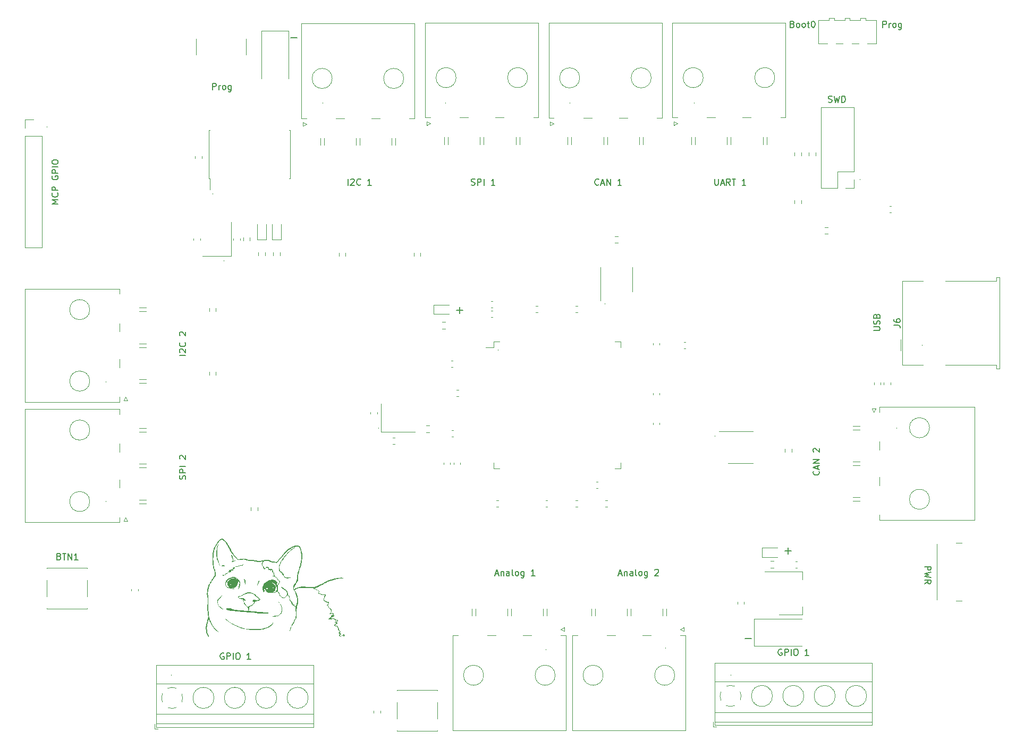
<source format=gbr>
%TF.GenerationSoftware,KiCad,Pcbnew,7.0.7*%
%TF.CreationDate,2024-01-22T11:37:27-06:00*%
%TF.ProjectId,stm32f429z,73746d33-3266-4343-9239-7a2e6b696361,rev?*%
%TF.SameCoordinates,Original*%
%TF.FileFunction,Legend,Top*%
%TF.FilePolarity,Positive*%
%FSLAX46Y46*%
G04 Gerber Fmt 4.6, Leading zero omitted, Abs format (unit mm)*
G04 Created by KiCad (PCBNEW 7.0.7) date 2024-01-22 11:37:27*
%MOMM*%
%LPD*%
G01*
G04 APERTURE LIST*
%ADD10C,0.150000*%
%ADD11C,0.120000*%
G04 APERTURE END LIST*
D10*
X212220180Y-124161779D02*
X213220180Y-124161779D01*
X213220180Y-124161779D02*
X213220180Y-124542731D01*
X213220180Y-124542731D02*
X213172561Y-124637969D01*
X213172561Y-124637969D02*
X213124942Y-124685588D01*
X213124942Y-124685588D02*
X213029704Y-124733207D01*
X213029704Y-124733207D02*
X212886847Y-124733207D01*
X212886847Y-124733207D02*
X212791609Y-124685588D01*
X212791609Y-124685588D02*
X212743990Y-124637969D01*
X212743990Y-124637969D02*
X212696371Y-124542731D01*
X212696371Y-124542731D02*
X212696371Y-124161779D01*
X213220180Y-125066541D02*
X212220180Y-125304636D01*
X212220180Y-125304636D02*
X212934466Y-125495112D01*
X212934466Y-125495112D02*
X212220180Y-125685588D01*
X212220180Y-125685588D02*
X213220180Y-125923684D01*
X212220180Y-126876064D02*
X212696371Y-126542731D01*
X212220180Y-126304636D02*
X213220180Y-126304636D01*
X213220180Y-126304636D02*
X213220180Y-126685588D01*
X213220180Y-126685588D02*
X213172561Y-126780826D01*
X213172561Y-126780826D02*
X213124942Y-126828445D01*
X213124942Y-126828445D02*
X213029704Y-126876064D01*
X213029704Y-126876064D02*
X212886847Y-126876064D01*
X212886847Y-126876064D02*
X212791609Y-126828445D01*
X212791609Y-126828445D02*
X212743990Y-126780826D01*
X212743990Y-126780826D02*
X212696371Y-126685588D01*
X212696371Y-126685588D02*
X212696371Y-126304636D01*
X98761779Y-48129819D02*
X98761779Y-47129819D01*
X98761779Y-47129819D02*
X99142731Y-47129819D01*
X99142731Y-47129819D02*
X99237969Y-47177438D01*
X99237969Y-47177438D02*
X99285588Y-47225057D01*
X99285588Y-47225057D02*
X99333207Y-47320295D01*
X99333207Y-47320295D02*
X99333207Y-47463152D01*
X99333207Y-47463152D02*
X99285588Y-47558390D01*
X99285588Y-47558390D02*
X99237969Y-47606009D01*
X99237969Y-47606009D02*
X99142731Y-47653628D01*
X99142731Y-47653628D02*
X98761779Y-47653628D01*
X99761779Y-48129819D02*
X99761779Y-47463152D01*
X99761779Y-47653628D02*
X99809398Y-47558390D01*
X99809398Y-47558390D02*
X99857017Y-47510771D01*
X99857017Y-47510771D02*
X99952255Y-47463152D01*
X99952255Y-47463152D02*
X100047493Y-47463152D01*
X100523684Y-48129819D02*
X100428446Y-48082200D01*
X100428446Y-48082200D02*
X100380827Y-48034580D01*
X100380827Y-48034580D02*
X100333208Y-47939342D01*
X100333208Y-47939342D02*
X100333208Y-47653628D01*
X100333208Y-47653628D02*
X100380827Y-47558390D01*
X100380827Y-47558390D02*
X100428446Y-47510771D01*
X100428446Y-47510771D02*
X100523684Y-47463152D01*
X100523684Y-47463152D02*
X100666541Y-47463152D01*
X100666541Y-47463152D02*
X100761779Y-47510771D01*
X100761779Y-47510771D02*
X100809398Y-47558390D01*
X100809398Y-47558390D02*
X100857017Y-47653628D01*
X100857017Y-47653628D02*
X100857017Y-47939342D01*
X100857017Y-47939342D02*
X100809398Y-48034580D01*
X100809398Y-48034580D02*
X100761779Y-48082200D01*
X100761779Y-48082200D02*
X100666541Y-48129819D01*
X100666541Y-48129819D02*
X100523684Y-48129819D01*
X101714160Y-47463152D02*
X101714160Y-48272676D01*
X101714160Y-48272676D02*
X101666541Y-48367914D01*
X101666541Y-48367914D02*
X101618922Y-48415533D01*
X101618922Y-48415533D02*
X101523684Y-48463152D01*
X101523684Y-48463152D02*
X101380827Y-48463152D01*
X101380827Y-48463152D02*
X101285589Y-48415533D01*
X101714160Y-48082200D02*
X101618922Y-48129819D01*
X101618922Y-48129819D02*
X101428446Y-48129819D01*
X101428446Y-48129819D02*
X101333208Y-48082200D01*
X101333208Y-48082200D02*
X101285589Y-48034580D01*
X101285589Y-48034580D02*
X101237970Y-47939342D01*
X101237970Y-47939342D02*
X101237970Y-47653628D01*
X101237970Y-47653628D02*
X101285589Y-47558390D01*
X101285589Y-47558390D02*
X101333208Y-47510771D01*
X101333208Y-47510771D02*
X101428446Y-47463152D01*
X101428446Y-47463152D02*
X101618922Y-47463152D01*
X101618922Y-47463152D02*
X101714160Y-47510771D01*
X135890001Y-50292000D02*
G75*
G03*
X135890001Y-50292000I-1J0D01*
G01*
X100584001Y-75438000D02*
G75*
G03*
X100584001Y-75438000I-1J0D01*
G01*
X201930001Y-62484000D02*
G75*
G03*
X201930001Y-62484000I-1J0D01*
G01*
X183642000Y-135636000D02*
X184658000Y-135636000D01*
X175514001Y-50292000D02*
G75*
G03*
X175514001Y-50292000I-1J0D01*
G01*
X125222001Y-102108000D02*
G75*
G03*
X125222001Y-102108000I-1J0D01*
G01*
X92202001Y-141478000D02*
G75*
G03*
X92202001Y-141478000I-1J0D01*
G01*
X189992000Y-121666000D02*
X191008000Y-121666000D01*
X190500000Y-122174000D02*
X190500000Y-121158000D01*
X98806001Y-64770000D02*
G75*
G03*
X98806001Y-64770000I-1J0D01*
G01*
X178816001Y-103378000D02*
G75*
G03*
X178816001Y-103378000I-1J0D01*
G01*
X161290001Y-82296000D02*
G75*
G03*
X161290001Y-82296000I-1J0D01*
G01*
X155702001Y-50292000D02*
G75*
G03*
X155702001Y-50292000I-1J0D01*
G01*
X207772001Y-102108000D02*
G75*
G03*
X207772001Y-102108000I-1J0D01*
G01*
X111252000Y-39878000D02*
X112268000Y-39878000D01*
X211836001Y-88900000D02*
G75*
G03*
X211836001Y-88900000I-1J0D01*
G01*
X137668000Y-83312000D02*
X138684000Y-83312000D01*
X72390001Y-54102000D02*
G75*
G03*
X72390001Y-54102000I-1J0D01*
G01*
X138176000Y-83820000D02*
X138176000Y-82804000D01*
X81788001Y-94742000D02*
G75*
G03*
X81788001Y-94742000I-1J0D01*
G01*
X181356001Y-141478000D02*
G75*
G03*
X181356001Y-141478000I-1J0D01*
G01*
X144272001Y-89662000D02*
G75*
G03*
X144272001Y-89662000I-1J0D01*
G01*
X151892001Y-137414000D02*
G75*
G03*
X151892001Y-137414000I-1J0D01*
G01*
X81788001Y-113792000D02*
G75*
G03*
X81788001Y-113792000I-1J0D01*
G01*
X116332001Y-50292000D02*
G75*
G03*
X116332001Y-50292000I-1J0D01*
G01*
X170942001Y-137160000D02*
G75*
G03*
X170942001Y-137160000I-1J0D01*
G01*
X143799160Y-125314104D02*
X144275350Y-125314104D01*
X143703922Y-125599819D02*
X144037255Y-124599819D01*
X144037255Y-124599819D02*
X144370588Y-125599819D01*
X144703922Y-124933152D02*
X144703922Y-125599819D01*
X144703922Y-125028390D02*
X144751541Y-124980771D01*
X144751541Y-124980771D02*
X144846779Y-124933152D01*
X144846779Y-124933152D02*
X144989636Y-124933152D01*
X144989636Y-124933152D02*
X145084874Y-124980771D01*
X145084874Y-124980771D02*
X145132493Y-125076009D01*
X145132493Y-125076009D02*
X145132493Y-125599819D01*
X146037255Y-125599819D02*
X146037255Y-125076009D01*
X146037255Y-125076009D02*
X145989636Y-124980771D01*
X145989636Y-124980771D02*
X145894398Y-124933152D01*
X145894398Y-124933152D02*
X145703922Y-124933152D01*
X145703922Y-124933152D02*
X145608684Y-124980771D01*
X146037255Y-125552200D02*
X145942017Y-125599819D01*
X145942017Y-125599819D02*
X145703922Y-125599819D01*
X145703922Y-125599819D02*
X145608684Y-125552200D01*
X145608684Y-125552200D02*
X145561065Y-125456961D01*
X145561065Y-125456961D02*
X145561065Y-125361723D01*
X145561065Y-125361723D02*
X145608684Y-125266485D01*
X145608684Y-125266485D02*
X145703922Y-125218866D01*
X145703922Y-125218866D02*
X145942017Y-125218866D01*
X145942017Y-125218866D02*
X146037255Y-125171247D01*
X146656303Y-125599819D02*
X146561065Y-125552200D01*
X146561065Y-125552200D02*
X146513446Y-125456961D01*
X146513446Y-125456961D02*
X146513446Y-124599819D01*
X147180113Y-125599819D02*
X147084875Y-125552200D01*
X147084875Y-125552200D02*
X147037256Y-125504580D01*
X147037256Y-125504580D02*
X146989637Y-125409342D01*
X146989637Y-125409342D02*
X146989637Y-125123628D01*
X146989637Y-125123628D02*
X147037256Y-125028390D01*
X147037256Y-125028390D02*
X147084875Y-124980771D01*
X147084875Y-124980771D02*
X147180113Y-124933152D01*
X147180113Y-124933152D02*
X147322970Y-124933152D01*
X147322970Y-124933152D02*
X147418208Y-124980771D01*
X147418208Y-124980771D02*
X147465827Y-125028390D01*
X147465827Y-125028390D02*
X147513446Y-125123628D01*
X147513446Y-125123628D02*
X147513446Y-125409342D01*
X147513446Y-125409342D02*
X147465827Y-125504580D01*
X147465827Y-125504580D02*
X147418208Y-125552200D01*
X147418208Y-125552200D02*
X147322970Y-125599819D01*
X147322970Y-125599819D02*
X147180113Y-125599819D01*
X148370589Y-124933152D02*
X148370589Y-125742676D01*
X148370589Y-125742676D02*
X148322970Y-125837914D01*
X148322970Y-125837914D02*
X148275351Y-125885533D01*
X148275351Y-125885533D02*
X148180113Y-125933152D01*
X148180113Y-125933152D02*
X148037256Y-125933152D01*
X148037256Y-125933152D02*
X147942018Y-125885533D01*
X148370589Y-125552200D02*
X148275351Y-125599819D01*
X148275351Y-125599819D02*
X148084875Y-125599819D01*
X148084875Y-125599819D02*
X147989637Y-125552200D01*
X147989637Y-125552200D02*
X147942018Y-125504580D01*
X147942018Y-125504580D02*
X147894399Y-125409342D01*
X147894399Y-125409342D02*
X147894399Y-125123628D01*
X147894399Y-125123628D02*
X147942018Y-125028390D01*
X147942018Y-125028390D02*
X147989637Y-124980771D01*
X147989637Y-124980771D02*
X148084875Y-124933152D01*
X148084875Y-124933152D02*
X148275351Y-124933152D01*
X148275351Y-124933152D02*
X148370589Y-124980771D01*
X150132494Y-125599819D02*
X149561066Y-125599819D01*
X149846780Y-125599819D02*
X149846780Y-124599819D01*
X149846780Y-124599819D02*
X149751542Y-124742676D01*
X149751542Y-124742676D02*
X149656304Y-124837914D01*
X149656304Y-124837914D02*
X149561066Y-124885533D01*
X196885160Y-50114200D02*
X197028017Y-50161819D01*
X197028017Y-50161819D02*
X197266112Y-50161819D01*
X197266112Y-50161819D02*
X197361350Y-50114200D01*
X197361350Y-50114200D02*
X197408969Y-50066580D01*
X197408969Y-50066580D02*
X197456588Y-49971342D01*
X197456588Y-49971342D02*
X197456588Y-49876104D01*
X197456588Y-49876104D02*
X197408969Y-49780866D01*
X197408969Y-49780866D02*
X197361350Y-49733247D01*
X197361350Y-49733247D02*
X197266112Y-49685628D01*
X197266112Y-49685628D02*
X197075636Y-49638009D01*
X197075636Y-49638009D02*
X196980398Y-49590390D01*
X196980398Y-49590390D02*
X196932779Y-49542771D01*
X196932779Y-49542771D02*
X196885160Y-49447533D01*
X196885160Y-49447533D02*
X196885160Y-49352295D01*
X196885160Y-49352295D02*
X196932779Y-49257057D01*
X196932779Y-49257057D02*
X196980398Y-49209438D01*
X196980398Y-49209438D02*
X197075636Y-49161819D01*
X197075636Y-49161819D02*
X197313731Y-49161819D01*
X197313731Y-49161819D02*
X197456588Y-49209438D01*
X197789922Y-49161819D02*
X198028017Y-50161819D01*
X198028017Y-50161819D02*
X198218493Y-49447533D01*
X198218493Y-49447533D02*
X198408969Y-50161819D01*
X198408969Y-50161819D02*
X198647065Y-49161819D01*
X199028017Y-50161819D02*
X199028017Y-49161819D01*
X199028017Y-49161819D02*
X199266112Y-49161819D01*
X199266112Y-49161819D02*
X199408969Y-49209438D01*
X199408969Y-49209438D02*
X199504207Y-49304676D01*
X199504207Y-49304676D02*
X199551826Y-49399914D01*
X199551826Y-49399914D02*
X199599445Y-49590390D01*
X199599445Y-49590390D02*
X199599445Y-49733247D01*
X199599445Y-49733247D02*
X199551826Y-49923723D01*
X199551826Y-49923723D02*
X199504207Y-50018961D01*
X199504207Y-50018961D02*
X199408969Y-50114200D01*
X199408969Y-50114200D02*
X199266112Y-50161819D01*
X199266112Y-50161819D02*
X199028017Y-50161819D01*
X204101819Y-86531220D02*
X204911342Y-86531220D01*
X204911342Y-86531220D02*
X205006580Y-86483601D01*
X205006580Y-86483601D02*
X205054200Y-86435982D01*
X205054200Y-86435982D02*
X205101819Y-86340744D01*
X205101819Y-86340744D02*
X205101819Y-86150268D01*
X205101819Y-86150268D02*
X205054200Y-86055030D01*
X205054200Y-86055030D02*
X205006580Y-86007411D01*
X205006580Y-86007411D02*
X204911342Y-85959792D01*
X204911342Y-85959792D02*
X204101819Y-85959792D01*
X205054200Y-85531220D02*
X205101819Y-85388363D01*
X205101819Y-85388363D02*
X205101819Y-85150268D01*
X205101819Y-85150268D02*
X205054200Y-85055030D01*
X205054200Y-85055030D02*
X205006580Y-85007411D01*
X205006580Y-85007411D02*
X204911342Y-84959792D01*
X204911342Y-84959792D02*
X204816104Y-84959792D01*
X204816104Y-84959792D02*
X204720866Y-85007411D01*
X204720866Y-85007411D02*
X204673247Y-85055030D01*
X204673247Y-85055030D02*
X204625628Y-85150268D01*
X204625628Y-85150268D02*
X204578009Y-85340744D01*
X204578009Y-85340744D02*
X204530390Y-85435982D01*
X204530390Y-85435982D02*
X204482771Y-85483601D01*
X204482771Y-85483601D02*
X204387533Y-85531220D01*
X204387533Y-85531220D02*
X204292295Y-85531220D01*
X204292295Y-85531220D02*
X204197057Y-85483601D01*
X204197057Y-85483601D02*
X204149438Y-85435982D01*
X204149438Y-85435982D02*
X204101819Y-85340744D01*
X204101819Y-85340744D02*
X204101819Y-85102649D01*
X204101819Y-85102649D02*
X204149438Y-84959792D01*
X204578009Y-84197887D02*
X204625628Y-84055030D01*
X204625628Y-84055030D02*
X204673247Y-84007411D01*
X204673247Y-84007411D02*
X204768485Y-83959792D01*
X204768485Y-83959792D02*
X204911342Y-83959792D01*
X204911342Y-83959792D02*
X205006580Y-84007411D01*
X205006580Y-84007411D02*
X205054200Y-84055030D01*
X205054200Y-84055030D02*
X205101819Y-84150268D01*
X205101819Y-84150268D02*
X205101819Y-84531220D01*
X205101819Y-84531220D02*
X204101819Y-84531220D01*
X204101819Y-84531220D02*
X204101819Y-84197887D01*
X204101819Y-84197887D02*
X204149438Y-84102649D01*
X204149438Y-84102649D02*
X204197057Y-84055030D01*
X204197057Y-84055030D02*
X204292295Y-84007411D01*
X204292295Y-84007411D02*
X204387533Y-84007411D01*
X204387533Y-84007411D02*
X204482771Y-84055030D01*
X204482771Y-84055030D02*
X204530390Y-84102649D01*
X204530390Y-84102649D02*
X204578009Y-84197887D01*
X204578009Y-84197887D02*
X204578009Y-84531220D01*
X94484819Y-90468220D02*
X93484819Y-90468220D01*
X93580057Y-90039649D02*
X93532438Y-89992030D01*
X93532438Y-89992030D02*
X93484819Y-89896792D01*
X93484819Y-89896792D02*
X93484819Y-89658697D01*
X93484819Y-89658697D02*
X93532438Y-89563459D01*
X93532438Y-89563459D02*
X93580057Y-89515840D01*
X93580057Y-89515840D02*
X93675295Y-89468221D01*
X93675295Y-89468221D02*
X93770533Y-89468221D01*
X93770533Y-89468221D02*
X93913390Y-89515840D01*
X93913390Y-89515840D02*
X94484819Y-90087268D01*
X94484819Y-90087268D02*
X94484819Y-89468221D01*
X94389580Y-88468221D02*
X94437200Y-88515840D01*
X94437200Y-88515840D02*
X94484819Y-88658697D01*
X94484819Y-88658697D02*
X94484819Y-88753935D01*
X94484819Y-88753935D02*
X94437200Y-88896792D01*
X94437200Y-88896792D02*
X94341961Y-88992030D01*
X94341961Y-88992030D02*
X94246723Y-89039649D01*
X94246723Y-89039649D02*
X94056247Y-89087268D01*
X94056247Y-89087268D02*
X93913390Y-89087268D01*
X93913390Y-89087268D02*
X93722914Y-89039649D01*
X93722914Y-89039649D02*
X93627676Y-88992030D01*
X93627676Y-88992030D02*
X93532438Y-88896792D01*
X93532438Y-88896792D02*
X93484819Y-88753935D01*
X93484819Y-88753935D02*
X93484819Y-88658697D01*
X93484819Y-88658697D02*
X93532438Y-88515840D01*
X93532438Y-88515840D02*
X93580057Y-88468221D01*
X93580057Y-87325363D02*
X93532438Y-87277744D01*
X93532438Y-87277744D02*
X93484819Y-87182506D01*
X93484819Y-87182506D02*
X93484819Y-86944411D01*
X93484819Y-86944411D02*
X93532438Y-86849173D01*
X93532438Y-86849173D02*
X93580057Y-86801554D01*
X93580057Y-86801554D02*
X93675295Y-86753935D01*
X93675295Y-86753935D02*
X93770533Y-86753935D01*
X93770533Y-86753935D02*
X93913390Y-86801554D01*
X93913390Y-86801554D02*
X94484819Y-87372982D01*
X94484819Y-87372982D02*
X94484819Y-86753935D01*
X139989160Y-63322200D02*
X140132017Y-63369819D01*
X140132017Y-63369819D02*
X140370112Y-63369819D01*
X140370112Y-63369819D02*
X140465350Y-63322200D01*
X140465350Y-63322200D02*
X140512969Y-63274580D01*
X140512969Y-63274580D02*
X140560588Y-63179342D01*
X140560588Y-63179342D02*
X140560588Y-63084104D01*
X140560588Y-63084104D02*
X140512969Y-62988866D01*
X140512969Y-62988866D02*
X140465350Y-62941247D01*
X140465350Y-62941247D02*
X140370112Y-62893628D01*
X140370112Y-62893628D02*
X140179636Y-62846009D01*
X140179636Y-62846009D02*
X140084398Y-62798390D01*
X140084398Y-62798390D02*
X140036779Y-62750771D01*
X140036779Y-62750771D02*
X139989160Y-62655533D01*
X139989160Y-62655533D02*
X139989160Y-62560295D01*
X139989160Y-62560295D02*
X140036779Y-62465057D01*
X140036779Y-62465057D02*
X140084398Y-62417438D01*
X140084398Y-62417438D02*
X140179636Y-62369819D01*
X140179636Y-62369819D02*
X140417731Y-62369819D01*
X140417731Y-62369819D02*
X140560588Y-62417438D01*
X140989160Y-63369819D02*
X140989160Y-62369819D01*
X140989160Y-62369819D02*
X141370112Y-62369819D01*
X141370112Y-62369819D02*
X141465350Y-62417438D01*
X141465350Y-62417438D02*
X141512969Y-62465057D01*
X141512969Y-62465057D02*
X141560588Y-62560295D01*
X141560588Y-62560295D02*
X141560588Y-62703152D01*
X141560588Y-62703152D02*
X141512969Y-62798390D01*
X141512969Y-62798390D02*
X141465350Y-62846009D01*
X141465350Y-62846009D02*
X141370112Y-62893628D01*
X141370112Y-62893628D02*
X140989160Y-62893628D01*
X141989160Y-63369819D02*
X141989160Y-62369819D01*
X143751064Y-63369819D02*
X143179636Y-63369819D01*
X143465350Y-63369819D02*
X143465350Y-62369819D01*
X143465350Y-62369819D02*
X143370112Y-62512676D01*
X143370112Y-62512676D02*
X143274874Y-62607914D01*
X143274874Y-62607914D02*
X143179636Y-62655533D01*
X74164819Y-66338220D02*
X73164819Y-66338220D01*
X73164819Y-66338220D02*
X73879104Y-66004887D01*
X73879104Y-66004887D02*
X73164819Y-65671554D01*
X73164819Y-65671554D02*
X74164819Y-65671554D01*
X74069580Y-64623935D02*
X74117200Y-64671554D01*
X74117200Y-64671554D02*
X74164819Y-64814411D01*
X74164819Y-64814411D02*
X74164819Y-64909649D01*
X74164819Y-64909649D02*
X74117200Y-65052506D01*
X74117200Y-65052506D02*
X74021961Y-65147744D01*
X74021961Y-65147744D02*
X73926723Y-65195363D01*
X73926723Y-65195363D02*
X73736247Y-65242982D01*
X73736247Y-65242982D02*
X73593390Y-65242982D01*
X73593390Y-65242982D02*
X73402914Y-65195363D01*
X73402914Y-65195363D02*
X73307676Y-65147744D01*
X73307676Y-65147744D02*
X73212438Y-65052506D01*
X73212438Y-65052506D02*
X73164819Y-64909649D01*
X73164819Y-64909649D02*
X73164819Y-64814411D01*
X73164819Y-64814411D02*
X73212438Y-64671554D01*
X73212438Y-64671554D02*
X73260057Y-64623935D01*
X74164819Y-64195363D02*
X73164819Y-64195363D01*
X73164819Y-64195363D02*
X73164819Y-63814411D01*
X73164819Y-63814411D02*
X73212438Y-63719173D01*
X73212438Y-63719173D02*
X73260057Y-63671554D01*
X73260057Y-63671554D02*
X73355295Y-63623935D01*
X73355295Y-63623935D02*
X73498152Y-63623935D01*
X73498152Y-63623935D02*
X73593390Y-63671554D01*
X73593390Y-63671554D02*
X73641009Y-63719173D01*
X73641009Y-63719173D02*
X73688628Y-63814411D01*
X73688628Y-63814411D02*
X73688628Y-64195363D01*
X73212438Y-61909649D02*
X73164819Y-62004887D01*
X73164819Y-62004887D02*
X73164819Y-62147744D01*
X73164819Y-62147744D02*
X73212438Y-62290601D01*
X73212438Y-62290601D02*
X73307676Y-62385839D01*
X73307676Y-62385839D02*
X73402914Y-62433458D01*
X73402914Y-62433458D02*
X73593390Y-62481077D01*
X73593390Y-62481077D02*
X73736247Y-62481077D01*
X73736247Y-62481077D02*
X73926723Y-62433458D01*
X73926723Y-62433458D02*
X74021961Y-62385839D01*
X74021961Y-62385839D02*
X74117200Y-62290601D01*
X74117200Y-62290601D02*
X74164819Y-62147744D01*
X74164819Y-62147744D02*
X74164819Y-62052506D01*
X74164819Y-62052506D02*
X74117200Y-61909649D01*
X74117200Y-61909649D02*
X74069580Y-61862030D01*
X74069580Y-61862030D02*
X73736247Y-61862030D01*
X73736247Y-61862030D02*
X73736247Y-62052506D01*
X74164819Y-61433458D02*
X73164819Y-61433458D01*
X73164819Y-61433458D02*
X73164819Y-61052506D01*
X73164819Y-61052506D02*
X73212438Y-60957268D01*
X73212438Y-60957268D02*
X73260057Y-60909649D01*
X73260057Y-60909649D02*
X73355295Y-60862030D01*
X73355295Y-60862030D02*
X73498152Y-60862030D01*
X73498152Y-60862030D02*
X73593390Y-60909649D01*
X73593390Y-60909649D02*
X73641009Y-60957268D01*
X73641009Y-60957268D02*
X73688628Y-61052506D01*
X73688628Y-61052506D02*
X73688628Y-61433458D01*
X74164819Y-60433458D02*
X73164819Y-60433458D01*
X73164819Y-59766792D02*
X73164819Y-59576316D01*
X73164819Y-59576316D02*
X73212438Y-59481078D01*
X73212438Y-59481078D02*
X73307676Y-59385840D01*
X73307676Y-59385840D02*
X73498152Y-59338221D01*
X73498152Y-59338221D02*
X73831485Y-59338221D01*
X73831485Y-59338221D02*
X74021961Y-59385840D01*
X74021961Y-59385840D02*
X74117200Y-59481078D01*
X74117200Y-59481078D02*
X74164819Y-59576316D01*
X74164819Y-59576316D02*
X74164819Y-59766792D01*
X74164819Y-59766792D02*
X74117200Y-59862030D01*
X74117200Y-59862030D02*
X74021961Y-59957268D01*
X74021961Y-59957268D02*
X73831485Y-60004887D01*
X73831485Y-60004887D02*
X73498152Y-60004887D01*
X73498152Y-60004887D02*
X73307676Y-59957268D01*
X73307676Y-59957268D02*
X73212438Y-59862030D01*
X73212438Y-59862030D02*
X73164819Y-59766792D01*
X94437200Y-110200839D02*
X94484819Y-110057982D01*
X94484819Y-110057982D02*
X94484819Y-109819887D01*
X94484819Y-109819887D02*
X94437200Y-109724649D01*
X94437200Y-109724649D02*
X94389580Y-109677030D01*
X94389580Y-109677030D02*
X94294342Y-109629411D01*
X94294342Y-109629411D02*
X94199104Y-109629411D01*
X94199104Y-109629411D02*
X94103866Y-109677030D01*
X94103866Y-109677030D02*
X94056247Y-109724649D01*
X94056247Y-109724649D02*
X94008628Y-109819887D01*
X94008628Y-109819887D02*
X93961009Y-110010363D01*
X93961009Y-110010363D02*
X93913390Y-110105601D01*
X93913390Y-110105601D02*
X93865771Y-110153220D01*
X93865771Y-110153220D02*
X93770533Y-110200839D01*
X93770533Y-110200839D02*
X93675295Y-110200839D01*
X93675295Y-110200839D02*
X93580057Y-110153220D01*
X93580057Y-110153220D02*
X93532438Y-110105601D01*
X93532438Y-110105601D02*
X93484819Y-110010363D01*
X93484819Y-110010363D02*
X93484819Y-109772268D01*
X93484819Y-109772268D02*
X93532438Y-109629411D01*
X94484819Y-109200839D02*
X93484819Y-109200839D01*
X93484819Y-109200839D02*
X93484819Y-108819887D01*
X93484819Y-108819887D02*
X93532438Y-108724649D01*
X93532438Y-108724649D02*
X93580057Y-108677030D01*
X93580057Y-108677030D02*
X93675295Y-108629411D01*
X93675295Y-108629411D02*
X93818152Y-108629411D01*
X93818152Y-108629411D02*
X93913390Y-108677030D01*
X93913390Y-108677030D02*
X93961009Y-108724649D01*
X93961009Y-108724649D02*
X94008628Y-108819887D01*
X94008628Y-108819887D02*
X94008628Y-109200839D01*
X94484819Y-108200839D02*
X93484819Y-108200839D01*
X93580057Y-107010363D02*
X93532438Y-106962744D01*
X93532438Y-106962744D02*
X93484819Y-106867506D01*
X93484819Y-106867506D02*
X93484819Y-106629411D01*
X93484819Y-106629411D02*
X93532438Y-106534173D01*
X93532438Y-106534173D02*
X93580057Y-106486554D01*
X93580057Y-106486554D02*
X93675295Y-106438935D01*
X93675295Y-106438935D02*
X93770533Y-106438935D01*
X93770533Y-106438935D02*
X93913390Y-106486554D01*
X93913390Y-106486554D02*
X94484819Y-107057982D01*
X94484819Y-107057982D02*
X94484819Y-106438935D01*
X189455588Y-137347438D02*
X189360350Y-137299819D01*
X189360350Y-137299819D02*
X189217493Y-137299819D01*
X189217493Y-137299819D02*
X189074636Y-137347438D01*
X189074636Y-137347438D02*
X188979398Y-137442676D01*
X188979398Y-137442676D02*
X188931779Y-137537914D01*
X188931779Y-137537914D02*
X188884160Y-137728390D01*
X188884160Y-137728390D02*
X188884160Y-137871247D01*
X188884160Y-137871247D02*
X188931779Y-138061723D01*
X188931779Y-138061723D02*
X188979398Y-138156961D01*
X188979398Y-138156961D02*
X189074636Y-138252200D01*
X189074636Y-138252200D02*
X189217493Y-138299819D01*
X189217493Y-138299819D02*
X189312731Y-138299819D01*
X189312731Y-138299819D02*
X189455588Y-138252200D01*
X189455588Y-138252200D02*
X189503207Y-138204580D01*
X189503207Y-138204580D02*
X189503207Y-137871247D01*
X189503207Y-137871247D02*
X189312731Y-137871247D01*
X189931779Y-138299819D02*
X189931779Y-137299819D01*
X189931779Y-137299819D02*
X190312731Y-137299819D01*
X190312731Y-137299819D02*
X190407969Y-137347438D01*
X190407969Y-137347438D02*
X190455588Y-137395057D01*
X190455588Y-137395057D02*
X190503207Y-137490295D01*
X190503207Y-137490295D02*
X190503207Y-137633152D01*
X190503207Y-137633152D02*
X190455588Y-137728390D01*
X190455588Y-137728390D02*
X190407969Y-137776009D01*
X190407969Y-137776009D02*
X190312731Y-137823628D01*
X190312731Y-137823628D02*
X189931779Y-137823628D01*
X190931779Y-138299819D02*
X190931779Y-137299819D01*
X191598445Y-137299819D02*
X191788921Y-137299819D01*
X191788921Y-137299819D02*
X191884159Y-137347438D01*
X191884159Y-137347438D02*
X191979397Y-137442676D01*
X191979397Y-137442676D02*
X192027016Y-137633152D01*
X192027016Y-137633152D02*
X192027016Y-137966485D01*
X192027016Y-137966485D02*
X191979397Y-138156961D01*
X191979397Y-138156961D02*
X191884159Y-138252200D01*
X191884159Y-138252200D02*
X191788921Y-138299819D01*
X191788921Y-138299819D02*
X191598445Y-138299819D01*
X191598445Y-138299819D02*
X191503207Y-138252200D01*
X191503207Y-138252200D02*
X191407969Y-138156961D01*
X191407969Y-138156961D02*
X191360350Y-137966485D01*
X191360350Y-137966485D02*
X191360350Y-137633152D01*
X191360350Y-137633152D02*
X191407969Y-137442676D01*
X191407969Y-137442676D02*
X191503207Y-137347438D01*
X191503207Y-137347438D02*
X191598445Y-137299819D01*
X193741302Y-138299819D02*
X193169874Y-138299819D01*
X193455588Y-138299819D02*
X193455588Y-137299819D01*
X193455588Y-137299819D02*
X193360350Y-137442676D01*
X193360350Y-137442676D02*
X193265112Y-137537914D01*
X193265112Y-137537914D02*
X193169874Y-137585533D01*
X100555588Y-137982438D02*
X100460350Y-137934819D01*
X100460350Y-137934819D02*
X100317493Y-137934819D01*
X100317493Y-137934819D02*
X100174636Y-137982438D01*
X100174636Y-137982438D02*
X100079398Y-138077676D01*
X100079398Y-138077676D02*
X100031779Y-138172914D01*
X100031779Y-138172914D02*
X99984160Y-138363390D01*
X99984160Y-138363390D02*
X99984160Y-138506247D01*
X99984160Y-138506247D02*
X100031779Y-138696723D01*
X100031779Y-138696723D02*
X100079398Y-138791961D01*
X100079398Y-138791961D02*
X100174636Y-138887200D01*
X100174636Y-138887200D02*
X100317493Y-138934819D01*
X100317493Y-138934819D02*
X100412731Y-138934819D01*
X100412731Y-138934819D02*
X100555588Y-138887200D01*
X100555588Y-138887200D02*
X100603207Y-138839580D01*
X100603207Y-138839580D02*
X100603207Y-138506247D01*
X100603207Y-138506247D02*
X100412731Y-138506247D01*
X101031779Y-138934819D02*
X101031779Y-137934819D01*
X101031779Y-137934819D02*
X101412731Y-137934819D01*
X101412731Y-137934819D02*
X101507969Y-137982438D01*
X101507969Y-137982438D02*
X101555588Y-138030057D01*
X101555588Y-138030057D02*
X101603207Y-138125295D01*
X101603207Y-138125295D02*
X101603207Y-138268152D01*
X101603207Y-138268152D02*
X101555588Y-138363390D01*
X101555588Y-138363390D02*
X101507969Y-138411009D01*
X101507969Y-138411009D02*
X101412731Y-138458628D01*
X101412731Y-138458628D02*
X101031779Y-138458628D01*
X102031779Y-138934819D02*
X102031779Y-137934819D01*
X102698445Y-137934819D02*
X102888921Y-137934819D01*
X102888921Y-137934819D02*
X102984159Y-137982438D01*
X102984159Y-137982438D02*
X103079397Y-138077676D01*
X103079397Y-138077676D02*
X103127016Y-138268152D01*
X103127016Y-138268152D02*
X103127016Y-138601485D01*
X103127016Y-138601485D02*
X103079397Y-138791961D01*
X103079397Y-138791961D02*
X102984159Y-138887200D01*
X102984159Y-138887200D02*
X102888921Y-138934819D01*
X102888921Y-138934819D02*
X102698445Y-138934819D01*
X102698445Y-138934819D02*
X102603207Y-138887200D01*
X102603207Y-138887200D02*
X102507969Y-138791961D01*
X102507969Y-138791961D02*
X102460350Y-138601485D01*
X102460350Y-138601485D02*
X102460350Y-138268152D01*
X102460350Y-138268152D02*
X102507969Y-138077676D01*
X102507969Y-138077676D02*
X102603207Y-137982438D01*
X102603207Y-137982438D02*
X102698445Y-137934819D01*
X104841302Y-138934819D02*
X104269874Y-138934819D01*
X104555588Y-138934819D02*
X104555588Y-137934819D01*
X104555588Y-137934819D02*
X104460350Y-138077676D01*
X104460350Y-138077676D02*
X104365112Y-138172914D01*
X104365112Y-138172914D02*
X104269874Y-138220533D01*
X205568779Y-38223819D02*
X205568779Y-37223819D01*
X205568779Y-37223819D02*
X205949731Y-37223819D01*
X205949731Y-37223819D02*
X206044969Y-37271438D01*
X206044969Y-37271438D02*
X206092588Y-37319057D01*
X206092588Y-37319057D02*
X206140207Y-37414295D01*
X206140207Y-37414295D02*
X206140207Y-37557152D01*
X206140207Y-37557152D02*
X206092588Y-37652390D01*
X206092588Y-37652390D02*
X206044969Y-37700009D01*
X206044969Y-37700009D02*
X205949731Y-37747628D01*
X205949731Y-37747628D02*
X205568779Y-37747628D01*
X206568779Y-38223819D02*
X206568779Y-37557152D01*
X206568779Y-37747628D02*
X206616398Y-37652390D01*
X206616398Y-37652390D02*
X206664017Y-37604771D01*
X206664017Y-37604771D02*
X206759255Y-37557152D01*
X206759255Y-37557152D02*
X206854493Y-37557152D01*
X207330684Y-38223819D02*
X207235446Y-38176200D01*
X207235446Y-38176200D02*
X207187827Y-38128580D01*
X207187827Y-38128580D02*
X207140208Y-38033342D01*
X207140208Y-38033342D02*
X207140208Y-37747628D01*
X207140208Y-37747628D02*
X207187827Y-37652390D01*
X207187827Y-37652390D02*
X207235446Y-37604771D01*
X207235446Y-37604771D02*
X207330684Y-37557152D01*
X207330684Y-37557152D02*
X207473541Y-37557152D01*
X207473541Y-37557152D02*
X207568779Y-37604771D01*
X207568779Y-37604771D02*
X207616398Y-37652390D01*
X207616398Y-37652390D02*
X207664017Y-37747628D01*
X207664017Y-37747628D02*
X207664017Y-38033342D01*
X207664017Y-38033342D02*
X207616398Y-38128580D01*
X207616398Y-38128580D02*
X207568779Y-38176200D01*
X207568779Y-38176200D02*
X207473541Y-38223819D01*
X207473541Y-38223819D02*
X207330684Y-38223819D01*
X208521160Y-37557152D02*
X208521160Y-38366676D01*
X208521160Y-38366676D02*
X208473541Y-38461914D01*
X208473541Y-38461914D02*
X208425922Y-38509533D01*
X208425922Y-38509533D02*
X208330684Y-38557152D01*
X208330684Y-38557152D02*
X208187827Y-38557152D01*
X208187827Y-38557152D02*
X208092589Y-38509533D01*
X208521160Y-38176200D02*
X208425922Y-38223819D01*
X208425922Y-38223819D02*
X208235446Y-38223819D01*
X208235446Y-38223819D02*
X208140208Y-38176200D01*
X208140208Y-38176200D02*
X208092589Y-38128580D01*
X208092589Y-38128580D02*
X208044970Y-38033342D01*
X208044970Y-38033342D02*
X208044970Y-37747628D01*
X208044970Y-37747628D02*
X208092589Y-37652390D01*
X208092589Y-37652390D02*
X208140208Y-37604771D01*
X208140208Y-37604771D02*
X208235446Y-37557152D01*
X208235446Y-37557152D02*
X208425922Y-37557152D01*
X208425922Y-37557152D02*
X208521160Y-37604771D01*
X120351779Y-63369819D02*
X120351779Y-62369819D01*
X120780350Y-62465057D02*
X120827969Y-62417438D01*
X120827969Y-62417438D02*
X120923207Y-62369819D01*
X120923207Y-62369819D02*
X121161302Y-62369819D01*
X121161302Y-62369819D02*
X121256540Y-62417438D01*
X121256540Y-62417438D02*
X121304159Y-62465057D01*
X121304159Y-62465057D02*
X121351778Y-62560295D01*
X121351778Y-62560295D02*
X121351778Y-62655533D01*
X121351778Y-62655533D02*
X121304159Y-62798390D01*
X121304159Y-62798390D02*
X120732731Y-63369819D01*
X120732731Y-63369819D02*
X121351778Y-63369819D01*
X122351778Y-63274580D02*
X122304159Y-63322200D01*
X122304159Y-63322200D02*
X122161302Y-63369819D01*
X122161302Y-63369819D02*
X122066064Y-63369819D01*
X122066064Y-63369819D02*
X121923207Y-63322200D01*
X121923207Y-63322200D02*
X121827969Y-63226961D01*
X121827969Y-63226961D02*
X121780350Y-63131723D01*
X121780350Y-63131723D02*
X121732731Y-62941247D01*
X121732731Y-62941247D02*
X121732731Y-62798390D01*
X121732731Y-62798390D02*
X121780350Y-62607914D01*
X121780350Y-62607914D02*
X121827969Y-62512676D01*
X121827969Y-62512676D02*
X121923207Y-62417438D01*
X121923207Y-62417438D02*
X122066064Y-62369819D01*
X122066064Y-62369819D02*
X122161302Y-62369819D01*
X122161302Y-62369819D02*
X122304159Y-62417438D01*
X122304159Y-62417438D02*
X122351778Y-62465057D01*
X124066064Y-63369819D02*
X123494636Y-63369819D01*
X123780350Y-63369819D02*
X123780350Y-62369819D01*
X123780350Y-62369819D02*
X123685112Y-62512676D01*
X123685112Y-62512676D02*
X123589874Y-62607914D01*
X123589874Y-62607914D02*
X123494636Y-62655533D01*
X178771779Y-62369819D02*
X178771779Y-63179342D01*
X178771779Y-63179342D02*
X178819398Y-63274580D01*
X178819398Y-63274580D02*
X178867017Y-63322200D01*
X178867017Y-63322200D02*
X178962255Y-63369819D01*
X178962255Y-63369819D02*
X179152731Y-63369819D01*
X179152731Y-63369819D02*
X179247969Y-63322200D01*
X179247969Y-63322200D02*
X179295588Y-63274580D01*
X179295588Y-63274580D02*
X179343207Y-63179342D01*
X179343207Y-63179342D02*
X179343207Y-62369819D01*
X179771779Y-63084104D02*
X180247969Y-63084104D01*
X179676541Y-63369819D02*
X180009874Y-62369819D01*
X180009874Y-62369819D02*
X180343207Y-63369819D01*
X181247969Y-63369819D02*
X180914636Y-62893628D01*
X180676541Y-63369819D02*
X180676541Y-62369819D01*
X180676541Y-62369819D02*
X181057493Y-62369819D01*
X181057493Y-62369819D02*
X181152731Y-62417438D01*
X181152731Y-62417438D02*
X181200350Y-62465057D01*
X181200350Y-62465057D02*
X181247969Y-62560295D01*
X181247969Y-62560295D02*
X181247969Y-62703152D01*
X181247969Y-62703152D02*
X181200350Y-62798390D01*
X181200350Y-62798390D02*
X181152731Y-62846009D01*
X181152731Y-62846009D02*
X181057493Y-62893628D01*
X181057493Y-62893628D02*
X180676541Y-62893628D01*
X181533684Y-62369819D02*
X182105112Y-62369819D01*
X181819398Y-63369819D02*
X181819398Y-62369819D01*
X183724160Y-63369819D02*
X183152732Y-63369819D01*
X183438446Y-63369819D02*
X183438446Y-62369819D01*
X183438446Y-62369819D02*
X183343208Y-62512676D01*
X183343208Y-62512676D02*
X183247970Y-62607914D01*
X183247970Y-62607914D02*
X183152732Y-62655533D01*
X163484160Y-125314104D02*
X163960350Y-125314104D01*
X163388922Y-125599819D02*
X163722255Y-124599819D01*
X163722255Y-124599819D02*
X164055588Y-125599819D01*
X164388922Y-124933152D02*
X164388922Y-125599819D01*
X164388922Y-125028390D02*
X164436541Y-124980771D01*
X164436541Y-124980771D02*
X164531779Y-124933152D01*
X164531779Y-124933152D02*
X164674636Y-124933152D01*
X164674636Y-124933152D02*
X164769874Y-124980771D01*
X164769874Y-124980771D02*
X164817493Y-125076009D01*
X164817493Y-125076009D02*
X164817493Y-125599819D01*
X165722255Y-125599819D02*
X165722255Y-125076009D01*
X165722255Y-125076009D02*
X165674636Y-124980771D01*
X165674636Y-124980771D02*
X165579398Y-124933152D01*
X165579398Y-124933152D02*
X165388922Y-124933152D01*
X165388922Y-124933152D02*
X165293684Y-124980771D01*
X165722255Y-125552200D02*
X165627017Y-125599819D01*
X165627017Y-125599819D02*
X165388922Y-125599819D01*
X165388922Y-125599819D02*
X165293684Y-125552200D01*
X165293684Y-125552200D02*
X165246065Y-125456961D01*
X165246065Y-125456961D02*
X165246065Y-125361723D01*
X165246065Y-125361723D02*
X165293684Y-125266485D01*
X165293684Y-125266485D02*
X165388922Y-125218866D01*
X165388922Y-125218866D02*
X165627017Y-125218866D01*
X165627017Y-125218866D02*
X165722255Y-125171247D01*
X166341303Y-125599819D02*
X166246065Y-125552200D01*
X166246065Y-125552200D02*
X166198446Y-125456961D01*
X166198446Y-125456961D02*
X166198446Y-124599819D01*
X166865113Y-125599819D02*
X166769875Y-125552200D01*
X166769875Y-125552200D02*
X166722256Y-125504580D01*
X166722256Y-125504580D02*
X166674637Y-125409342D01*
X166674637Y-125409342D02*
X166674637Y-125123628D01*
X166674637Y-125123628D02*
X166722256Y-125028390D01*
X166722256Y-125028390D02*
X166769875Y-124980771D01*
X166769875Y-124980771D02*
X166865113Y-124933152D01*
X166865113Y-124933152D02*
X167007970Y-124933152D01*
X167007970Y-124933152D02*
X167103208Y-124980771D01*
X167103208Y-124980771D02*
X167150827Y-125028390D01*
X167150827Y-125028390D02*
X167198446Y-125123628D01*
X167198446Y-125123628D02*
X167198446Y-125409342D01*
X167198446Y-125409342D02*
X167150827Y-125504580D01*
X167150827Y-125504580D02*
X167103208Y-125552200D01*
X167103208Y-125552200D02*
X167007970Y-125599819D01*
X167007970Y-125599819D02*
X166865113Y-125599819D01*
X168055589Y-124933152D02*
X168055589Y-125742676D01*
X168055589Y-125742676D02*
X168007970Y-125837914D01*
X168007970Y-125837914D02*
X167960351Y-125885533D01*
X167960351Y-125885533D02*
X167865113Y-125933152D01*
X167865113Y-125933152D02*
X167722256Y-125933152D01*
X167722256Y-125933152D02*
X167627018Y-125885533D01*
X168055589Y-125552200D02*
X167960351Y-125599819D01*
X167960351Y-125599819D02*
X167769875Y-125599819D01*
X167769875Y-125599819D02*
X167674637Y-125552200D01*
X167674637Y-125552200D02*
X167627018Y-125504580D01*
X167627018Y-125504580D02*
X167579399Y-125409342D01*
X167579399Y-125409342D02*
X167579399Y-125123628D01*
X167579399Y-125123628D02*
X167627018Y-125028390D01*
X167627018Y-125028390D02*
X167674637Y-124980771D01*
X167674637Y-124980771D02*
X167769875Y-124933152D01*
X167769875Y-124933152D02*
X167960351Y-124933152D01*
X167960351Y-124933152D02*
X168055589Y-124980771D01*
X169246066Y-124695057D02*
X169293685Y-124647438D01*
X169293685Y-124647438D02*
X169388923Y-124599819D01*
X169388923Y-124599819D02*
X169627018Y-124599819D01*
X169627018Y-124599819D02*
X169722256Y-124647438D01*
X169722256Y-124647438D02*
X169769875Y-124695057D01*
X169769875Y-124695057D02*
X169817494Y-124790295D01*
X169817494Y-124790295D02*
X169817494Y-124885533D01*
X169817494Y-124885533D02*
X169769875Y-125028390D01*
X169769875Y-125028390D02*
X169198447Y-125599819D01*
X169198447Y-125599819D02*
X169817494Y-125599819D01*
X74330112Y-122536009D02*
X74472969Y-122583628D01*
X74472969Y-122583628D02*
X74520588Y-122631247D01*
X74520588Y-122631247D02*
X74568207Y-122726485D01*
X74568207Y-122726485D02*
X74568207Y-122869342D01*
X74568207Y-122869342D02*
X74520588Y-122964580D01*
X74520588Y-122964580D02*
X74472969Y-123012200D01*
X74472969Y-123012200D02*
X74377731Y-123059819D01*
X74377731Y-123059819D02*
X73996779Y-123059819D01*
X73996779Y-123059819D02*
X73996779Y-122059819D01*
X73996779Y-122059819D02*
X74330112Y-122059819D01*
X74330112Y-122059819D02*
X74425350Y-122107438D01*
X74425350Y-122107438D02*
X74472969Y-122155057D01*
X74472969Y-122155057D02*
X74520588Y-122250295D01*
X74520588Y-122250295D02*
X74520588Y-122345533D01*
X74520588Y-122345533D02*
X74472969Y-122440771D01*
X74472969Y-122440771D02*
X74425350Y-122488390D01*
X74425350Y-122488390D02*
X74330112Y-122536009D01*
X74330112Y-122536009D02*
X73996779Y-122536009D01*
X74853922Y-122059819D02*
X75425350Y-122059819D01*
X75139636Y-123059819D02*
X75139636Y-122059819D01*
X75758684Y-123059819D02*
X75758684Y-122059819D01*
X75758684Y-122059819D02*
X76330112Y-123059819D01*
X76330112Y-123059819D02*
X76330112Y-122059819D01*
X77330112Y-123059819D02*
X76758684Y-123059819D01*
X77044398Y-123059819D02*
X77044398Y-122059819D01*
X77044398Y-122059819D02*
X76949160Y-122202676D01*
X76949160Y-122202676D02*
X76853922Y-122297914D01*
X76853922Y-122297914D02*
X76758684Y-122345533D01*
X160293207Y-63274580D02*
X160245588Y-63322200D01*
X160245588Y-63322200D02*
X160102731Y-63369819D01*
X160102731Y-63369819D02*
X160007493Y-63369819D01*
X160007493Y-63369819D02*
X159864636Y-63322200D01*
X159864636Y-63322200D02*
X159769398Y-63226961D01*
X159769398Y-63226961D02*
X159721779Y-63131723D01*
X159721779Y-63131723D02*
X159674160Y-62941247D01*
X159674160Y-62941247D02*
X159674160Y-62798390D01*
X159674160Y-62798390D02*
X159721779Y-62607914D01*
X159721779Y-62607914D02*
X159769398Y-62512676D01*
X159769398Y-62512676D02*
X159864636Y-62417438D01*
X159864636Y-62417438D02*
X160007493Y-62369819D01*
X160007493Y-62369819D02*
X160102731Y-62369819D01*
X160102731Y-62369819D02*
X160245588Y-62417438D01*
X160245588Y-62417438D02*
X160293207Y-62465057D01*
X160674160Y-63084104D02*
X161150350Y-63084104D01*
X160578922Y-63369819D02*
X160912255Y-62369819D01*
X160912255Y-62369819D02*
X161245588Y-63369819D01*
X161578922Y-63369819D02*
X161578922Y-62369819D01*
X161578922Y-62369819D02*
X162150350Y-63369819D01*
X162150350Y-63369819D02*
X162150350Y-62369819D01*
X163912255Y-63369819D02*
X163340827Y-63369819D01*
X163626541Y-63369819D02*
X163626541Y-62369819D01*
X163626541Y-62369819D02*
X163531303Y-62512676D01*
X163531303Y-62512676D02*
X163436065Y-62607914D01*
X163436065Y-62607914D02*
X163340827Y-62655533D01*
X195354580Y-108946792D02*
X195402200Y-108994411D01*
X195402200Y-108994411D02*
X195449819Y-109137268D01*
X195449819Y-109137268D02*
X195449819Y-109232506D01*
X195449819Y-109232506D02*
X195402200Y-109375363D01*
X195402200Y-109375363D02*
X195306961Y-109470601D01*
X195306961Y-109470601D02*
X195211723Y-109518220D01*
X195211723Y-109518220D02*
X195021247Y-109565839D01*
X195021247Y-109565839D02*
X194878390Y-109565839D01*
X194878390Y-109565839D02*
X194687914Y-109518220D01*
X194687914Y-109518220D02*
X194592676Y-109470601D01*
X194592676Y-109470601D02*
X194497438Y-109375363D01*
X194497438Y-109375363D02*
X194449819Y-109232506D01*
X194449819Y-109232506D02*
X194449819Y-109137268D01*
X194449819Y-109137268D02*
X194497438Y-108994411D01*
X194497438Y-108994411D02*
X194545057Y-108946792D01*
X195164104Y-108565839D02*
X195164104Y-108089649D01*
X195449819Y-108661077D02*
X194449819Y-108327744D01*
X194449819Y-108327744D02*
X195449819Y-107994411D01*
X195449819Y-107661077D02*
X194449819Y-107661077D01*
X194449819Y-107661077D02*
X195449819Y-107089649D01*
X195449819Y-107089649D02*
X194449819Y-107089649D01*
X194545057Y-105899172D02*
X194497438Y-105851553D01*
X194497438Y-105851553D02*
X194449819Y-105756315D01*
X194449819Y-105756315D02*
X194449819Y-105518220D01*
X194449819Y-105518220D02*
X194497438Y-105422982D01*
X194497438Y-105422982D02*
X194545057Y-105375363D01*
X194545057Y-105375363D02*
X194640295Y-105327744D01*
X194640295Y-105327744D02*
X194735533Y-105327744D01*
X194735533Y-105327744D02*
X194878390Y-105375363D01*
X194878390Y-105375363D02*
X195449819Y-105946791D01*
X195449819Y-105946791D02*
X195449819Y-105327744D01*
X191170112Y-37700009D02*
X191312969Y-37747628D01*
X191312969Y-37747628D02*
X191360588Y-37795247D01*
X191360588Y-37795247D02*
X191408207Y-37890485D01*
X191408207Y-37890485D02*
X191408207Y-38033342D01*
X191408207Y-38033342D02*
X191360588Y-38128580D01*
X191360588Y-38128580D02*
X191312969Y-38176200D01*
X191312969Y-38176200D02*
X191217731Y-38223819D01*
X191217731Y-38223819D02*
X190836779Y-38223819D01*
X190836779Y-38223819D02*
X190836779Y-37223819D01*
X190836779Y-37223819D02*
X191170112Y-37223819D01*
X191170112Y-37223819D02*
X191265350Y-37271438D01*
X191265350Y-37271438D02*
X191312969Y-37319057D01*
X191312969Y-37319057D02*
X191360588Y-37414295D01*
X191360588Y-37414295D02*
X191360588Y-37509533D01*
X191360588Y-37509533D02*
X191312969Y-37604771D01*
X191312969Y-37604771D02*
X191265350Y-37652390D01*
X191265350Y-37652390D02*
X191170112Y-37700009D01*
X191170112Y-37700009D02*
X190836779Y-37700009D01*
X191979636Y-38223819D02*
X191884398Y-38176200D01*
X191884398Y-38176200D02*
X191836779Y-38128580D01*
X191836779Y-38128580D02*
X191789160Y-38033342D01*
X191789160Y-38033342D02*
X191789160Y-37747628D01*
X191789160Y-37747628D02*
X191836779Y-37652390D01*
X191836779Y-37652390D02*
X191884398Y-37604771D01*
X191884398Y-37604771D02*
X191979636Y-37557152D01*
X191979636Y-37557152D02*
X192122493Y-37557152D01*
X192122493Y-37557152D02*
X192217731Y-37604771D01*
X192217731Y-37604771D02*
X192265350Y-37652390D01*
X192265350Y-37652390D02*
X192312969Y-37747628D01*
X192312969Y-37747628D02*
X192312969Y-38033342D01*
X192312969Y-38033342D02*
X192265350Y-38128580D01*
X192265350Y-38128580D02*
X192217731Y-38176200D01*
X192217731Y-38176200D02*
X192122493Y-38223819D01*
X192122493Y-38223819D02*
X191979636Y-38223819D01*
X192884398Y-38223819D02*
X192789160Y-38176200D01*
X192789160Y-38176200D02*
X192741541Y-38128580D01*
X192741541Y-38128580D02*
X192693922Y-38033342D01*
X192693922Y-38033342D02*
X192693922Y-37747628D01*
X192693922Y-37747628D02*
X192741541Y-37652390D01*
X192741541Y-37652390D02*
X192789160Y-37604771D01*
X192789160Y-37604771D02*
X192884398Y-37557152D01*
X192884398Y-37557152D02*
X193027255Y-37557152D01*
X193027255Y-37557152D02*
X193122493Y-37604771D01*
X193122493Y-37604771D02*
X193170112Y-37652390D01*
X193170112Y-37652390D02*
X193217731Y-37747628D01*
X193217731Y-37747628D02*
X193217731Y-38033342D01*
X193217731Y-38033342D02*
X193170112Y-38128580D01*
X193170112Y-38128580D02*
X193122493Y-38176200D01*
X193122493Y-38176200D02*
X193027255Y-38223819D01*
X193027255Y-38223819D02*
X192884398Y-38223819D01*
X193503446Y-37557152D02*
X193884398Y-37557152D01*
X193646303Y-37223819D02*
X193646303Y-38080961D01*
X193646303Y-38080961D02*
X193693922Y-38176200D01*
X193693922Y-38176200D02*
X193789160Y-38223819D01*
X193789160Y-38223819D02*
X193884398Y-38223819D01*
X194408208Y-37223819D02*
X194503446Y-37223819D01*
X194503446Y-37223819D02*
X194598684Y-37271438D01*
X194598684Y-37271438D02*
X194646303Y-37319057D01*
X194646303Y-37319057D02*
X194693922Y-37414295D01*
X194693922Y-37414295D02*
X194741541Y-37604771D01*
X194741541Y-37604771D02*
X194741541Y-37842866D01*
X194741541Y-37842866D02*
X194693922Y-38033342D01*
X194693922Y-38033342D02*
X194646303Y-38128580D01*
X194646303Y-38128580D02*
X194598684Y-38176200D01*
X194598684Y-38176200D02*
X194503446Y-38223819D01*
X194503446Y-38223819D02*
X194408208Y-38223819D01*
X194408208Y-38223819D02*
X194312970Y-38176200D01*
X194312970Y-38176200D02*
X194265351Y-38128580D01*
X194265351Y-38128580D02*
X194217732Y-38033342D01*
X194217732Y-38033342D02*
X194170113Y-37842866D01*
X194170113Y-37842866D02*
X194170113Y-37604771D01*
X194170113Y-37604771D02*
X194217732Y-37414295D01*
X194217732Y-37414295D02*
X194265351Y-37319057D01*
X194265351Y-37319057D02*
X194312970Y-37271438D01*
X194312970Y-37271438D02*
X194408208Y-37223819D01*
X207312819Y-85677333D02*
X208027104Y-85677333D01*
X208027104Y-85677333D02*
X208169961Y-85724952D01*
X208169961Y-85724952D02*
X208265200Y-85820190D01*
X208265200Y-85820190D02*
X208312819Y-85963047D01*
X208312819Y-85963047D02*
X208312819Y-86058285D01*
X207312819Y-84772571D02*
X207312819Y-84963047D01*
X207312819Y-84963047D02*
X207360438Y-85058285D01*
X207360438Y-85058285D02*
X207408057Y-85105904D01*
X207408057Y-85105904D02*
X207550914Y-85201142D01*
X207550914Y-85201142D02*
X207741390Y-85248761D01*
X207741390Y-85248761D02*
X208122342Y-85248761D01*
X208122342Y-85248761D02*
X208217580Y-85201142D01*
X208217580Y-85201142D02*
X208265200Y-85153523D01*
X208265200Y-85153523D02*
X208312819Y-85058285D01*
X208312819Y-85058285D02*
X208312819Y-84867809D01*
X208312819Y-84867809D02*
X208265200Y-84772571D01*
X208265200Y-84772571D02*
X208217580Y-84724952D01*
X208217580Y-84724952D02*
X208122342Y-84677333D01*
X208122342Y-84677333D02*
X207884247Y-84677333D01*
X207884247Y-84677333D02*
X207789009Y-84724952D01*
X207789009Y-84724952D02*
X207741390Y-84772571D01*
X207741390Y-84772571D02*
X207693771Y-84867809D01*
X207693771Y-84867809D02*
X207693771Y-85058285D01*
X207693771Y-85058285D02*
X207741390Y-85153523D01*
X207741390Y-85153523D02*
X207789009Y-85201142D01*
X207789009Y-85201142D02*
X207884247Y-85248761D01*
D11*
%TO.C,U6*%
X186757500Y-124958750D02*
X192767500Y-124958750D01*
X189007500Y-131778750D02*
X192767500Y-131778750D01*
X192767500Y-124958750D02*
X192767500Y-126218750D01*
X192767500Y-131778750D02*
X192767500Y-130518750D01*
%TO.C,R5*%
X192546500Y-58165276D02*
X192546500Y-58674724D01*
X191501500Y-58165276D02*
X191501500Y-58674724D01*
%TO.C,J1*%
X174125000Y-150230000D02*
X174125000Y-135130000D01*
X174125000Y-135130000D02*
X173300000Y-135130000D01*
X173900000Y-134480000D02*
X173300000Y-134180000D01*
X173900000Y-133880000D02*
X173900000Y-134480000D01*
X173300000Y-134180000D02*
X173900000Y-133880000D01*
X171100000Y-132005000D02*
X171100000Y-130855000D01*
X170500000Y-132005000D02*
X170500000Y-130855000D01*
X168625000Y-135130000D02*
X167275000Y-135130000D01*
X165400000Y-132005000D02*
X165400000Y-130855000D01*
X165100000Y-150230000D02*
X174125000Y-150230000D01*
X165100000Y-150230000D02*
X156075000Y-150230000D01*
X164800000Y-132005000D02*
X164800000Y-130855000D01*
X162925000Y-135130000D02*
X161575000Y-135130000D01*
X159700000Y-132005000D02*
X159700000Y-130855000D01*
X159100000Y-132005000D02*
X159100000Y-130855000D01*
X156075000Y-150230000D02*
X156075000Y-135130000D01*
X156075000Y-135130000D02*
X156900000Y-135130000D01*
X172400000Y-141480000D02*
G75*
G03*
X172400000Y-141480000I-1600000J0D01*
G01*
X161000000Y-141480000D02*
G75*
G03*
X161000000Y-141480000I-1600000J0D01*
G01*
%TO.C,R14*%
X108443500Y-74618474D02*
X108443500Y-74109026D01*
X109488500Y-74618474D02*
X109488500Y-74109026D01*
%TO.C,C29*%
X174136267Y-89410000D02*
X173843733Y-89410000D01*
X174136267Y-88390000D02*
X173843733Y-88390000D01*
%TO.C,D5*%
X185032000Y-132470000D02*
X185032000Y-136770000D01*
X185032000Y-132470000D02*
X192692000Y-132470000D01*
X185032000Y-136770000D02*
X192692000Y-136770000D01*
%TO.C,J8*%
X200943750Y-63817500D02*
X199613750Y-63817500D01*
X200943750Y-62487500D02*
X200943750Y-63817500D01*
X200943750Y-61217500D02*
X200943750Y-50997500D01*
X200943750Y-61217500D02*
X198343750Y-61217500D01*
X200943750Y-50997500D02*
X195743750Y-50997500D01*
X198343750Y-63817500D02*
X195743750Y-63817500D01*
X198343750Y-61217500D02*
X198343750Y-63817500D01*
X195743750Y-63817500D02*
X195743750Y-50997500D01*
%TO.C,J16*%
X89515000Y-149245000D02*
X89515000Y-149985000D01*
X89515000Y-149985000D02*
X90015000Y-149985000D01*
X89755000Y-139824000D02*
X89755000Y-149745000D01*
X89755000Y-139824000D02*
X114875000Y-139824000D01*
X89755000Y-142784000D02*
X114875000Y-142784000D01*
X89755000Y-147685000D02*
X114875000Y-147685000D01*
X89755000Y-149185000D02*
X114875000Y-149185000D01*
X89755000Y-149745000D02*
X114875000Y-149745000D01*
X96088000Y-146108000D02*
X96041000Y-146154000D01*
X96281000Y-146324000D02*
X96246000Y-146359000D01*
X98385000Y-143810000D02*
X98350000Y-143846000D01*
X98590000Y-144016000D02*
X98543000Y-144062000D01*
X101088000Y-146108000D02*
X101041000Y-146154000D01*
X101281000Y-146324000D02*
X101246000Y-146359000D01*
X103385000Y-143810000D02*
X103350000Y-143846000D01*
X103590000Y-144016000D02*
X103543000Y-144062000D01*
X106088000Y-146108000D02*
X106041000Y-146154000D01*
X106281000Y-146324000D02*
X106246000Y-146359000D01*
X108385000Y-143810000D02*
X108350000Y-143846000D01*
X108590000Y-144016000D02*
X108543000Y-144062000D01*
X111088000Y-146108000D02*
X111041000Y-146154000D01*
X111281000Y-146324000D02*
X111246000Y-146359000D01*
X113385000Y-143810000D02*
X113350000Y-143846000D01*
X113590000Y-144016000D02*
X113543000Y-144062000D01*
X114875000Y-139824000D02*
X114875000Y-149745000D01*
X90780001Y-144401001D02*
G75*
G03*
X90779574Y-145768042I1534992J-684000D01*
G01*
X92998999Y-143550001D02*
G75*
G03*
X91631958Y-143549574I-684000J-1534992D01*
G01*
X91631000Y-146619999D02*
G75*
G03*
X92343805Y-146765252I683999J1535000D01*
G01*
X92315000Y-146764999D02*
G75*
G03*
X92998318Y-146619755I0J1679999D01*
G01*
X93850000Y-145769000D02*
G75*
G03*
X93850426Y-144401958I-1535000J684000D01*
G01*
X98995000Y-145085000D02*
G75*
G03*
X98995000Y-145085000I-1680000J0D01*
G01*
X103995000Y-145085000D02*
G75*
G03*
X103995000Y-145085000I-1680000J0D01*
G01*
X108995000Y-145085000D02*
G75*
G03*
X108995000Y-145085000I-1680000J0D01*
G01*
X113995000Y-145085000D02*
G75*
G03*
X113995000Y-145085000I-1680000J0D01*
G01*
%TO.C,C2*%
X124970000Y-99548733D02*
X124970000Y-99841267D01*
X123950000Y-99548733D02*
X123950000Y-99841267D01*
%TO.C,J3*%
X68845000Y-117118750D02*
X83945000Y-117118750D01*
X83945000Y-117118750D02*
X83945000Y-116293750D01*
X84595000Y-116893750D02*
X84895000Y-116293750D01*
X85195000Y-116893750D02*
X84595000Y-116893750D01*
X84895000Y-116293750D02*
X85195000Y-116893750D01*
X87070000Y-114093750D02*
X88220000Y-114093750D01*
X87070000Y-113493750D02*
X88220000Y-113493750D01*
X83945000Y-111618750D02*
X83945000Y-110268750D01*
X87070000Y-108393750D02*
X88220000Y-108393750D01*
X68845000Y-108093750D02*
X68845000Y-117118750D01*
X68845000Y-108093750D02*
X68845000Y-99068750D01*
X87070000Y-107793750D02*
X88220000Y-107793750D01*
X83945000Y-105918750D02*
X83945000Y-104568750D01*
X87070000Y-102693750D02*
X88220000Y-102693750D01*
X87070000Y-102093750D02*
X88220000Y-102093750D01*
X68845000Y-99068750D02*
X83945000Y-99068750D01*
X83945000Y-99068750D02*
X83945000Y-99893750D01*
X79195000Y-113793750D02*
G75*
G03*
X79195000Y-113793750I-1600000J0D01*
G01*
X79195000Y-102393750D02*
G75*
G03*
X79195000Y-102393750I-1600000J0D01*
G01*
%TO.C,D4*%
X186300000Y-121185000D02*
X186300000Y-122655000D01*
X186300000Y-122655000D02*
X188760000Y-122655000D01*
X188760000Y-121185000D02*
X186300000Y-121185000D01*
%TO.C,D3*%
X105849750Y-72055000D02*
X107319750Y-72055000D01*
X107319750Y-72055000D02*
X107319750Y-69595000D01*
X105849750Y-69595000D02*
X105849750Y-72055000D01*
%TO.C,SW1*%
X204498000Y-40838200D02*
X203098000Y-40838200D01*
X204498000Y-37038200D02*
X204498000Y-40838200D01*
X204498000Y-37038200D02*
X204498000Y-37038200D01*
X202798000Y-37038200D02*
X204498000Y-37038200D01*
X202798000Y-36738200D02*
X202798000Y-37038200D01*
X201998000Y-37038200D02*
X201998000Y-36738200D01*
X201998000Y-36738200D02*
X202798000Y-36738200D01*
X201698000Y-40838200D02*
X201698000Y-40838200D01*
X200598000Y-40838200D02*
X201698000Y-40838200D01*
X200298000Y-37038200D02*
X201998000Y-37038200D01*
X200298000Y-36738200D02*
X200298000Y-37038200D01*
X199498000Y-37038200D02*
X199498000Y-36738200D01*
X199498000Y-36738200D02*
X200298000Y-36738200D01*
X199198000Y-40838200D02*
X199198000Y-40838200D01*
X198098000Y-40838200D02*
X199198000Y-40838200D01*
X197798000Y-37038200D02*
X199498000Y-37038200D01*
X197798000Y-36738200D02*
X197798000Y-37038200D01*
X196998000Y-37038200D02*
X196998000Y-36738200D01*
X196998000Y-36738200D02*
X197798000Y-36738200D01*
X196698000Y-40838200D02*
X195298000Y-40838200D01*
X195298000Y-40838200D02*
X195298000Y-37038200D01*
X195298000Y-37038200D02*
X196998000Y-37038200D01*
%TO.C,C12*%
X169961250Y-101234983D02*
X169961250Y-101527517D01*
X168941250Y-101234983D02*
X168941250Y-101527517D01*
%TO.C,R7*%
X130828750Y-74648474D02*
X130828750Y-74139026D01*
X131873750Y-74648474D02*
X131873750Y-74139026D01*
%TO.C,R3*%
X192546500Y-65785276D02*
X192546500Y-66294724D01*
X191501500Y-65785276D02*
X191501500Y-66294724D01*
%TO.C,SW2*%
X128110000Y-143871250D02*
X134570000Y-143871250D01*
X128110000Y-143901250D02*
X128110000Y-143871250D01*
X128110000Y-145801250D02*
X128110000Y-148401250D01*
X128110000Y-150331250D02*
X128110000Y-150301250D01*
X128110000Y-150331250D02*
X134570000Y-150331250D01*
X134570000Y-143871250D02*
X134570000Y-143901250D01*
X134570000Y-145801250D02*
X134570000Y-148401250D01*
X134570000Y-150331250D02*
X134570000Y-150301250D01*
%TO.C,R10*%
X189977500Y-105918724D02*
X189977500Y-105409276D01*
X191022500Y-105918724D02*
X191022500Y-105409276D01*
%TO.C,R4*%
X194832500Y-58165276D02*
X194832500Y-58674724D01*
X193787500Y-58165276D02*
X193787500Y-58674724D01*
%TO.C,C3*%
X137941267Y-97030000D02*
X137648733Y-97030000D01*
X137941267Y-96010000D02*
X137648733Y-96010000D01*
%TO.C,C1*%
X127488733Y-103630000D02*
X127781267Y-103630000D01*
X127488733Y-104650000D02*
X127781267Y-104650000D01*
%TO.C,R6*%
X118922500Y-74648474D02*
X118922500Y-74139026D01*
X119967500Y-74648474D02*
X119967500Y-74139026D01*
%TO.C,C14*%
X169961250Y-88534983D02*
X169961250Y-88827517D01*
X168941250Y-88534983D02*
X168941250Y-88827517D01*
%TO.C,C22*%
X124458000Y-147466267D02*
X124458000Y-147173733D01*
X125478000Y-147466267D02*
X125478000Y-147173733D01*
%TO.C,C28*%
X85850000Y-128008767D02*
X85850000Y-127716233D01*
X86870000Y-128008767D02*
X86870000Y-127716233D01*
%TO.C,R17*%
X135867224Y-86247500D02*
X135357776Y-86247500D01*
X135867224Y-85202500D02*
X135357776Y-85202500D01*
%TO.C,U1*%
X143560000Y-88315000D02*
X143560000Y-89265000D01*
X143560000Y-89265000D02*
X142270000Y-89265000D01*
X143560000Y-108535000D02*
X143560000Y-107585000D01*
X144510000Y-88315000D02*
X143560000Y-88315000D01*
X144510000Y-108535000D02*
X143560000Y-108535000D01*
X162830000Y-88315000D02*
X163780000Y-88315000D01*
X162830000Y-108535000D02*
X163780000Y-108535000D01*
X163780000Y-88315000D02*
X163780000Y-89265000D01*
X163780000Y-108535000D02*
X163780000Y-107585000D01*
%TO.C,C10*%
X156897517Y-114591250D02*
X156604983Y-114591250D01*
X156897517Y-113571250D02*
X156604983Y-113571250D01*
%TO.C,R16*%
X187705276Y-123302500D02*
X188214724Y-123302500D01*
X187705276Y-124347500D02*
X188214724Y-124347500D01*
%TO.C,R8*%
X99305000Y-93090276D02*
X99305000Y-93599724D01*
X98260000Y-93090276D02*
X98260000Y-93599724D01*
%TO.C,Y1*%
X97191000Y-74682500D02*
X101691000Y-74682500D01*
X101691000Y-74682500D02*
X101691000Y-69282500D01*
%TO.C,D6*%
X110862000Y-38728000D02*
X106562000Y-38728000D01*
X110862000Y-38728000D02*
X110862000Y-46388000D01*
X106562000Y-38728000D02*
X106562000Y-46388000D01*
%TO.C,C8*%
X144291267Y-114591250D02*
X143998733Y-114591250D01*
X144291267Y-113571250D02*
X143998733Y-113571250D01*
%TO.C,C9*%
X152135017Y-114591250D02*
X151842483Y-114591250D01*
X152135017Y-113571250D02*
X151842483Y-113571250D01*
%TO.C,C25*%
X102106000Y-72128767D02*
X102106000Y-71836233D01*
X103126000Y-72128767D02*
X103126000Y-71836233D01*
%TO.C,C7*%
X137053767Y-92366250D02*
X136761233Y-92366250D01*
X137053767Y-91346250D02*
X136761233Y-91346250D01*
%TO.C,J15*%
X178495000Y-148940000D02*
X178495000Y-149680000D01*
X178495000Y-149680000D02*
X178995000Y-149680000D01*
X178735000Y-139519000D02*
X178735000Y-149440000D01*
X178735000Y-139519000D02*
X203855000Y-139519000D01*
X178735000Y-142479000D02*
X203855000Y-142479000D01*
X178735000Y-147380000D02*
X203855000Y-147380000D01*
X178735000Y-148880000D02*
X203855000Y-148880000D01*
X178735000Y-149440000D02*
X203855000Y-149440000D01*
X185068000Y-145803000D02*
X185021000Y-145849000D01*
X185261000Y-146019000D02*
X185226000Y-146054000D01*
X187365000Y-143505000D02*
X187330000Y-143541000D01*
X187570000Y-143711000D02*
X187523000Y-143757000D01*
X190068000Y-145803000D02*
X190021000Y-145849000D01*
X190261000Y-146019000D02*
X190226000Y-146054000D01*
X192365000Y-143505000D02*
X192330000Y-143541000D01*
X192570000Y-143711000D02*
X192523000Y-143757000D01*
X195068000Y-145803000D02*
X195021000Y-145849000D01*
X195261000Y-146019000D02*
X195226000Y-146054000D01*
X197365000Y-143505000D02*
X197330000Y-143541000D01*
X197570000Y-143711000D02*
X197523000Y-143757000D01*
X200068000Y-145803000D02*
X200021000Y-145849000D01*
X200261000Y-146019000D02*
X200226000Y-146054000D01*
X202365000Y-143505000D02*
X202330000Y-143541000D01*
X202570000Y-143711000D02*
X202523000Y-143757000D01*
X203855000Y-139519000D02*
X203855000Y-149440000D01*
X179760001Y-144096001D02*
G75*
G03*
X179759574Y-145463042I1534992J-684000D01*
G01*
X181978999Y-143245001D02*
G75*
G03*
X180611958Y-143244574I-684000J-1534992D01*
G01*
X180611000Y-146314999D02*
G75*
G03*
X181323805Y-146460252I683999J1535000D01*
G01*
X181295000Y-146459999D02*
G75*
G03*
X181978318Y-146314755I0J1679999D01*
G01*
X182830000Y-145464000D02*
G75*
G03*
X182830426Y-144096958I-1535000J684000D01*
G01*
X187975000Y-144780000D02*
G75*
G03*
X187975000Y-144780000I-1680000J0D01*
G01*
X192975000Y-144780000D02*
G75*
G03*
X192975000Y-144780000I-1680000J0D01*
G01*
X197975000Y-144780000D02*
G75*
G03*
X197975000Y-144780000I-1680000J0D01*
G01*
X202975000Y-144780000D02*
G75*
G03*
X202975000Y-144780000I-1680000J0D01*
G01*
%TO.C,J2*%
X155075000Y-150230000D02*
X155075000Y-135130000D01*
X155075000Y-135130000D02*
X154250000Y-135130000D01*
X154850000Y-134480000D02*
X154250000Y-134180000D01*
X154850000Y-133880000D02*
X154850000Y-134480000D01*
X154250000Y-134180000D02*
X154850000Y-133880000D01*
X152050000Y-132005000D02*
X152050000Y-130855000D01*
X151450000Y-132005000D02*
X151450000Y-130855000D01*
X149575000Y-135130000D02*
X148225000Y-135130000D01*
X146350000Y-132005000D02*
X146350000Y-130855000D01*
X146050000Y-150230000D02*
X155075000Y-150230000D01*
X146050000Y-150230000D02*
X137025000Y-150230000D01*
X145750000Y-132005000D02*
X145750000Y-130855000D01*
X143875000Y-135130000D02*
X142525000Y-135130000D01*
X140650000Y-132005000D02*
X140650000Y-130855000D01*
X140050000Y-132005000D02*
X140050000Y-130855000D01*
X137025000Y-150230000D02*
X137025000Y-135130000D01*
X137025000Y-135130000D02*
X137850000Y-135130000D01*
X153350000Y-141480000D02*
G75*
G03*
X153350000Y-141480000I-1600000J0D01*
G01*
X141950000Y-141480000D02*
G75*
G03*
X141950000Y-141480000I-1600000J0D01*
G01*
%TO.C,J10*%
X172015000Y-37477500D02*
X172015000Y-52577500D01*
X172015000Y-52577500D02*
X172840000Y-52577500D01*
X172240000Y-53227500D02*
X172840000Y-53527500D01*
X172240000Y-53827500D02*
X172240000Y-53227500D01*
X172840000Y-53527500D02*
X172240000Y-53827500D01*
X175040000Y-55702500D02*
X175040000Y-56852500D01*
X175640000Y-55702500D02*
X175640000Y-56852500D01*
X177515000Y-52577500D02*
X178865000Y-52577500D01*
X180740000Y-55702500D02*
X180740000Y-56852500D01*
X181040000Y-37477500D02*
X172015000Y-37477500D01*
X181040000Y-37477500D02*
X190065000Y-37477500D01*
X181340000Y-55702500D02*
X181340000Y-56852500D01*
X183215000Y-52577500D02*
X184565000Y-52577500D01*
X186440000Y-55702500D02*
X186440000Y-56852500D01*
X187040000Y-55702500D02*
X187040000Y-56852500D01*
X190065000Y-37477500D02*
X190065000Y-52577500D01*
X190065000Y-52577500D02*
X189240000Y-52577500D01*
X176940000Y-46227500D02*
G75*
G03*
X176940000Y-46227500I-1600000J0D01*
G01*
X188340000Y-46227500D02*
G75*
G03*
X188340000Y-46227500I-1600000J0D01*
G01*
%TO.C,C26*%
X182435000Y-130102517D02*
X182435000Y-129809983D01*
X183455000Y-130102517D02*
X183455000Y-129809983D01*
%TO.C,P2*%
X217225000Y-129595000D02*
X218125000Y-129595000D01*
X214145000Y-129475000D02*
X214145000Y-120525000D01*
X217225000Y-120405000D02*
X218125000Y-120405000D01*
%TO.C,C23*%
X96010000Y-59074267D02*
X96010000Y-58781733D01*
X97030000Y-59074267D02*
X97030000Y-58781733D01*
%TO.C,R1*%
X133350724Y-102757500D02*
X132841276Y-102757500D01*
X133350724Y-101712500D02*
X132841276Y-101712500D01*
%TO.C,C5*%
X143403767Y-82841250D02*
X143111233Y-82841250D01*
X143403767Y-81821250D02*
X143111233Y-81821250D01*
%TO.C,U5*%
X98138000Y-62280000D02*
X98373000Y-62280000D01*
X98373000Y-62280000D02*
X98373000Y-64095000D01*
X111158000Y-62280000D02*
X110923000Y-62280000D01*
X98138000Y-58420000D02*
X98138000Y-62280000D01*
X98138000Y-58420000D02*
X98138000Y-54560000D01*
X111158000Y-58420000D02*
X111158000Y-62280000D01*
X111158000Y-58420000D02*
X111158000Y-54560000D01*
X98138000Y-54560000D02*
X98373000Y-54560000D01*
X111158000Y-54560000D02*
X110923000Y-54560000D01*
%TO.C,C13*%
X169961250Y-96472483D02*
X169961250Y-96765017D01*
X168941250Y-96472483D02*
X168941250Y-96765017D01*
%TO.C,R9*%
X99305000Y-82930276D02*
X99305000Y-83439724D01*
X98260000Y-82930276D02*
X98260000Y-83439724D01*
%TO.C,X1*%
X125635000Y-98178750D02*
X125635000Y-102678750D01*
X125635000Y-102678750D02*
X131035000Y-102678750D01*
%TO.C,C24*%
X96776000Y-71836233D02*
X96776000Y-72128767D01*
X95756000Y-71836233D02*
X95756000Y-72128767D01*
%TO.C,R12*%
X105932500Y-114680276D02*
X105932500Y-115189724D01*
X104887500Y-114680276D02*
X104887500Y-115189724D01*
%TO.C,C6*%
X137122517Y-103478750D02*
X136829983Y-103478750D01*
X137122517Y-102458750D02*
X136829983Y-102458750D01*
%TO.C,G\u002A\u002A\u002A*%
G36*
X119842729Y-135215000D02*
G01*
X119822697Y-135235000D01*
X119802665Y-135215000D01*
X119822697Y-135195000D01*
X119842729Y-135215000D01*
G37*
G36*
X119423834Y-135074832D02*
G01*
X119417484Y-135091944D01*
X119406859Y-135146901D01*
X119447107Y-135146202D01*
X119453891Y-135143691D01*
X119520541Y-135139226D01*
X119541626Y-135153983D01*
X119545960Y-135199358D01*
X119500646Y-135211263D01*
X119430743Y-135185152D01*
X119417952Y-135176411D01*
X119367707Y-135125365D01*
X119383833Y-135078915D01*
X119394392Y-135067692D01*
X119430015Y-135039015D01*
X119423834Y-135074832D01*
G37*
G36*
X100641080Y-123973264D02*
G01*
X100753156Y-123983158D01*
X100809534Y-123997965D01*
X100812760Y-124002852D01*
X100800142Y-124032033D01*
X100753025Y-124053037D01*
X100657512Y-124069029D01*
X100499709Y-124083174D01*
X100442176Y-124087255D01*
X100297168Y-124094641D01*
X100214976Y-124089855D01*
X100178821Y-124069905D01*
X100171751Y-124039011D01*
X100183033Y-124005201D01*
X100227087Y-123984676D01*
X100319220Y-123974151D01*
X100474740Y-123970339D01*
X100492255Y-123970214D01*
X100641080Y-123973264D01*
G37*
G36*
X103776732Y-126069280D02*
G01*
X103837824Y-126115281D01*
X103922413Y-126239959D01*
X103983101Y-126423719D01*
X104014576Y-126647824D01*
X104017807Y-126750352D01*
X104011193Y-126892493D01*
X103992949Y-126957259D01*
X103965478Y-126946040D01*
X103931180Y-126860224D01*
X103892456Y-126701201D01*
X103887127Y-126674743D01*
X103849015Y-126505731D01*
X103806002Y-126351480D01*
X103766545Y-126241853D01*
X103761532Y-126231256D01*
X103721449Y-126123480D01*
X103728270Y-126066821D01*
X103776732Y-126069280D01*
G37*
G36*
X106236703Y-126394461D02*
G01*
X106238576Y-126468445D01*
X106217628Y-126520705D01*
X106180976Y-126602319D01*
X106129290Y-126734855D01*
X106072274Y-126893142D01*
X106057913Y-126935000D01*
X106000368Y-127093461D01*
X105959029Y-127179659D01*
X105930921Y-127199005D01*
X105920651Y-127184698D01*
X105909530Y-127087208D01*
X105925110Y-126942195D01*
X105960874Y-126774940D01*
X106010308Y-126610722D01*
X106066897Y-126474822D01*
X106124124Y-126392520D01*
X106125013Y-126391773D01*
X106194495Y-126362843D01*
X106236703Y-126394461D01*
G37*
G36*
X101857636Y-122311608D02*
G01*
X101912791Y-122410149D01*
X101968504Y-122553700D01*
X102018308Y-122725337D01*
X102055733Y-122908137D01*
X102058603Y-122926768D01*
X102105021Y-123238368D01*
X102285888Y-123211288D01*
X102400669Y-123200266D01*
X102443410Y-123213132D01*
X102440086Y-123227293D01*
X102387035Y-123259049D01*
X102284966Y-123288181D01*
X102236762Y-123296827D01*
X102124931Y-123324485D01*
X102051063Y-123363029D01*
X102038638Y-123379138D01*
X101991727Y-123422803D01*
X101921901Y-123433061D01*
X101865973Y-123409762D01*
X101854400Y-123379897D01*
X101882693Y-123310656D01*
X101917886Y-123272189D01*
X101957448Y-123189928D01*
X101956273Y-123050507D01*
X101915851Y-122864752D01*
X101837677Y-122643491D01*
X101828044Y-122620311D01*
X101767244Y-122448132D01*
X101753247Y-122333385D01*
X101786215Y-122279132D01*
X101809506Y-122275000D01*
X101857636Y-122311608D01*
G37*
G36*
X99724821Y-120520031D02*
G01*
X99683311Y-120662953D01*
X99667624Y-120709081D01*
X99547953Y-121165535D01*
X99490850Y-121659170D01*
X99495918Y-122177692D01*
X99562759Y-122708804D01*
X99690979Y-123240211D01*
X99755622Y-123439402D01*
X99820043Y-123630332D01*
X99871076Y-123793385D01*
X99904544Y-123914247D01*
X99916267Y-123978605D01*
X99914839Y-123984839D01*
X99889005Y-123962033D01*
X99840078Y-123881405D01*
X99777090Y-123758423D01*
X99753603Y-123708689D01*
X99668085Y-123513339D01*
X99577805Y-123290616D01*
X99503619Y-123092349D01*
X99462369Y-122970479D01*
X99432742Y-122864691D01*
X99412821Y-122757887D01*
X99400691Y-122632973D01*
X99394436Y-122472852D01*
X99392142Y-122260429D01*
X99391868Y-122095000D01*
X99395478Y-121764952D01*
X99408235Y-121496424D01*
X99432825Y-121271193D01*
X99471932Y-121071040D01*
X99528243Y-120877743D01*
X99599665Y-120685000D01*
X99667163Y-120530611D01*
X99713012Y-120452536D01*
X99733476Y-120449451D01*
X99724821Y-120520031D01*
G37*
G36*
X109375890Y-129813864D02*
G01*
X109469433Y-129909076D01*
X109663144Y-130173361D01*
X109793652Y-130452997D01*
X109863413Y-130738522D01*
X109874885Y-131020477D01*
X109830522Y-131289400D01*
X109732783Y-131535831D01*
X109584123Y-131750309D01*
X109386998Y-131923374D01*
X109143866Y-132045565D01*
X108899863Y-132102744D01*
X108724279Y-132118564D01*
X108544322Y-132124862D01*
X108444779Y-132122600D01*
X108297618Y-132108840D01*
X108227138Y-132091782D01*
X108230050Y-132073108D01*
X108303062Y-132054496D01*
X108442887Y-132037628D01*
X108636523Y-132024654D01*
X108862294Y-132010110D01*
X109026404Y-131990195D01*
X109147289Y-131961725D01*
X109243384Y-131921517D01*
X109248029Y-131919056D01*
X109366568Y-131835316D01*
X109492271Y-131715550D01*
X109602548Y-131584476D01*
X109674812Y-131466810D01*
X109684642Y-131441288D01*
X109754589Y-131108978D01*
X109749060Y-130786370D01*
X109666922Y-130467730D01*
X109507043Y-130147323D01*
X109396468Y-129983120D01*
X109313865Y-129855975D01*
X109285754Y-129782490D01*
X109307855Y-129767006D01*
X109375890Y-129813864D01*
G37*
G36*
X100438985Y-128621863D02*
G01*
X100384001Y-128695981D01*
X100288952Y-128807647D01*
X100161934Y-128947153D01*
X100079266Y-129034436D01*
X99888041Y-129237602D01*
X99749102Y-129398776D01*
X99656600Y-129531013D01*
X99604684Y-129647373D01*
X99587503Y-129760914D01*
X99599209Y-129884694D01*
X99633380Y-130029676D01*
X99678226Y-130173768D01*
X99732352Y-130286158D01*
X99812545Y-130393808D01*
X99935591Y-130523683D01*
X99949612Y-130537653D01*
X100078966Y-130657846D01*
X100204706Y-130760677D01*
X100304215Y-130827989D01*
X100323063Y-130837460D01*
X100408874Y-130883074D01*
X100451240Y-130920674D01*
X100452192Y-130924764D01*
X100422048Y-130953491D01*
X100346360Y-130944259D01*
X100247243Y-130901964D01*
X100191782Y-130867113D01*
X99929671Y-130648481D01*
X99722730Y-130407826D01*
X99577659Y-130155603D01*
X99501163Y-129902261D01*
X99490710Y-129773900D01*
X99505982Y-129615076D01*
X99546455Y-129490688D01*
X99556391Y-129473900D01*
X99618694Y-129394408D01*
X99718847Y-129282275D01*
X99844584Y-129149623D01*
X99983636Y-129008576D01*
X100123733Y-128871256D01*
X100252609Y-128749787D01*
X100357994Y-128656293D01*
X100427621Y-128602897D01*
X100445805Y-128595000D01*
X100438985Y-128621863D01*
G37*
G36*
X119805285Y-134944819D02*
G01*
X119828728Y-134964743D01*
X119829853Y-134988273D01*
X119808856Y-134978819D01*
X119771181Y-134984335D01*
X119762602Y-135031383D01*
X119782198Y-135090827D01*
X119818645Y-135091017D01*
X119883439Y-135095496D01*
X119901135Y-135112273D01*
X119894024Y-135149102D01*
X119867115Y-135155000D01*
X119798664Y-135186191D01*
X119765811Y-135225000D01*
X119733533Y-135271300D01*
X119721945Y-135243095D01*
X119719764Y-135215000D01*
X119712627Y-135169854D01*
X119697480Y-135197398D01*
X119686236Y-135235000D01*
X119657920Y-135335000D01*
X119625802Y-135235000D01*
X119603037Y-135149042D01*
X119598017Y-135105000D01*
X119569715Y-135078467D01*
X119542255Y-135075000D01*
X119488963Y-135051976D01*
X119483093Y-135035000D01*
X119688802Y-135035000D01*
X119695098Y-135091785D01*
X119709009Y-135085000D01*
X119714301Y-135003106D01*
X119709009Y-134985000D01*
X119694386Y-134979975D01*
X119688802Y-135035000D01*
X119483093Y-135035000D01*
X119482161Y-135032304D01*
X119513611Y-135008007D01*
X119567304Y-135016589D01*
X119626855Y-135025037D01*
X119625034Y-134999285D01*
X119619027Y-134957276D01*
X119630033Y-134951939D01*
X119694402Y-134942372D01*
X119732396Y-134935502D01*
X119805285Y-134944819D01*
G37*
G36*
X111868044Y-121147122D02*
G01*
X111870173Y-121153972D01*
X111847504Y-121194349D01*
X111840126Y-121195807D01*
X111821864Y-121202348D01*
X111784686Y-121224820D01*
X111721496Y-121268394D01*
X111625197Y-121338240D01*
X111488693Y-121439531D01*
X111304889Y-121577438D01*
X111066687Y-121757131D01*
X110981150Y-121821781D01*
X110836753Y-121946292D01*
X110694122Y-122093740D01*
X110611646Y-122195506D01*
X110500756Y-122341562D01*
X110378015Y-122491505D01*
X110310133Y-122568724D01*
X110197854Y-122705073D01*
X110070589Y-122882380D01*
X109936291Y-123086880D01*
X109802915Y-123304808D01*
X109678414Y-123522400D01*
X109570741Y-123725892D01*
X109487852Y-123901519D01*
X109437699Y-124035518D01*
X109426325Y-124098176D01*
X109399470Y-124163922D01*
X109386262Y-124175000D01*
X109355285Y-124162148D01*
X109346199Y-124112773D01*
X109367349Y-124008384D01*
X109425560Y-123852119D01*
X109512972Y-123658347D01*
X109621726Y-123441437D01*
X109743964Y-123215759D01*
X109871825Y-122995682D01*
X109997450Y-122795575D01*
X110112981Y-122629808D01*
X110210557Y-122512751D01*
X110233224Y-122490987D01*
X110297835Y-122424586D01*
X110393785Y-122315624D01*
X110503146Y-122184633D01*
X110533245Y-122147407D01*
X110628631Y-122035497D01*
X110735338Y-121926339D01*
X110864504Y-121810458D01*
X111027267Y-121678379D01*
X111234767Y-121520627D01*
X111489574Y-121333934D01*
X111618126Y-121248339D01*
X111735069Y-121183464D01*
X111823882Y-121147121D01*
X111868044Y-121147122D01*
G37*
G36*
X109410517Y-124303874D02*
G01*
X109434489Y-124405780D01*
X109447537Y-124490580D01*
X109476834Y-124639452D01*
X109531093Y-124746510D01*
X109610593Y-124833200D01*
X109691530Y-124916127D01*
X109740338Y-124979075D01*
X109746829Y-124995554D01*
X109779939Y-125033151D01*
X109830357Y-125056077D01*
X109902764Y-125110881D01*
X109954923Y-125200082D01*
X109996481Y-125281526D01*
X110051227Y-125298410D01*
X110074179Y-125292830D01*
X110125190Y-125285057D01*
X110139070Y-125320015D01*
X110127612Y-125401522D01*
X110119985Y-125481950D01*
X110140187Y-125549211D01*
X110199998Y-125626842D01*
X110282053Y-125710052D01*
X110461279Y-125885104D01*
X110825190Y-125867733D01*
X111015214Y-125862336D01*
X111132822Y-125868330D01*
X111184987Y-125886263D01*
X111189101Y-125896349D01*
X111152544Y-125941757D01*
X111056764Y-125980889D01*
X110922600Y-126010715D01*
X110770889Y-126028207D01*
X110622469Y-126030335D01*
X110498178Y-126014070D01*
X110460993Y-126002188D01*
X110390522Y-125957247D01*
X110291658Y-125874671D01*
X110181290Y-125771233D01*
X110076306Y-125663712D01*
X109993597Y-125568882D01*
X109950051Y-125503519D01*
X109947145Y-125491792D01*
X109926225Y-125440628D01*
X109910265Y-125435000D01*
X109877085Y-125400468D01*
X109847432Y-125316906D01*
X109846393Y-125312297D01*
X109807688Y-125218063D01*
X109753067Y-125164645D01*
X109671834Y-125112823D01*
X109566568Y-125019245D01*
X109459338Y-124906941D01*
X109372214Y-124798940D01*
X109328154Y-124721249D01*
X109316601Y-124638400D01*
X109318392Y-124526808D01*
X109330495Y-124410370D01*
X109349879Y-124312988D01*
X109373512Y-124258559D01*
X109387222Y-124255592D01*
X109410517Y-124303874D01*
G37*
G36*
X100861877Y-132492695D02*
G01*
X100960628Y-132565441D01*
X101103217Y-132684848D01*
X101330588Y-132876151D01*
X101533810Y-133029558D01*
X101738264Y-133161557D01*
X101969328Y-133288637D01*
X102229029Y-133416233D01*
X102622100Y-133599174D01*
X102963197Y-133747905D01*
X103268045Y-133865962D01*
X103552366Y-133956885D01*
X103831883Y-134024212D01*
X104122321Y-134071481D01*
X104439403Y-134102229D01*
X104798851Y-134119996D01*
X105216390Y-134128319D01*
X105399984Y-134129779D01*
X105723303Y-134130429D01*
X105980409Y-134127797D01*
X106185174Y-134121142D01*
X106351471Y-134109725D01*
X106493171Y-134092806D01*
X106624148Y-134069647D01*
X106656953Y-134062771D01*
X107093341Y-133955080D01*
X107456123Y-133834619D01*
X107751213Y-133698435D01*
X107984529Y-133543574D01*
X108161983Y-133367082D01*
X108225278Y-133279680D01*
X108313779Y-133153278D01*
X108373586Y-133088573D01*
X108400997Y-133087606D01*
X108392312Y-133152422D01*
X108378666Y-133195042D01*
X108301174Y-133337643D01*
X108171264Y-133495789D01*
X108008443Y-133649768D01*
X107832218Y-133779867D01*
X107756198Y-133824076D01*
X107500181Y-133939829D01*
X107190000Y-134049140D01*
X106851598Y-134143841D01*
X106513335Y-134215346D01*
X106383853Y-134231600D01*
X106202720Y-134245880D01*
X105986096Y-134257796D01*
X105750143Y-134266957D01*
X105511022Y-134272972D01*
X105284892Y-134275451D01*
X105087916Y-134274001D01*
X104936253Y-134268234D01*
X104846065Y-134257757D01*
X104839101Y-134255840D01*
X104785535Y-134247065D01*
X104669339Y-134232678D01*
X104507649Y-134214676D01*
X104318281Y-134195125D01*
X103857830Y-134129750D01*
X103458388Y-134030196D01*
X103156451Y-133916040D01*
X103040168Y-133864619D01*
X102882237Y-133795495D01*
X102714589Y-133722640D01*
X102695725Y-133714478D01*
X102278009Y-133525503D01*
X101924631Y-133346109D01*
X101621822Y-133168038D01*
X101355813Y-132983033D01*
X101112833Y-132782835D01*
X101055657Y-132730908D01*
X100915166Y-132595586D01*
X100837282Y-132509573D01*
X100820141Y-132474674D01*
X100861877Y-132492695D01*
G37*
G36*
X103682392Y-123726779D02*
G01*
X103670397Y-123765758D01*
X103615849Y-123841723D01*
X103567124Y-123898001D01*
X103481230Y-123985527D01*
X103419623Y-124022437D01*
X103355555Y-124019793D01*
X103308295Y-124005039D01*
X103212383Y-123983346D01*
X103143179Y-124009910D01*
X103103597Y-124045548D01*
X103034775Y-124099528D01*
X102981383Y-124093826D01*
X102961000Y-124079031D01*
X102910294Y-124055598D01*
X102862594Y-124091616D01*
X102836150Y-124129076D01*
X102788911Y-124186837D01*
X102728825Y-124214331D01*
X102629477Y-124219698D01*
X102552756Y-124216403D01*
X102334615Y-124204299D01*
X102309734Y-124359649D01*
X102275712Y-124473387D01*
X102224355Y-124510636D01*
X102158896Y-124470183D01*
X102126945Y-124428185D01*
X102090049Y-124377591D01*
X102077616Y-124385938D01*
X102083410Y-124462432D01*
X102086366Y-124488077D01*
X102091739Y-124658389D01*
X102065267Y-124772794D01*
X102011884Y-124825075D01*
X101936525Y-124809019D01*
X101874432Y-124755000D01*
X101799282Y-124687127D01*
X101756559Y-124688389D01*
X101743915Y-124761131D01*
X101754243Y-124875000D01*
X101762861Y-125009617D01*
X101739532Y-125071767D01*
X101681373Y-125063533D01*
X101591490Y-124992654D01*
X101503698Y-124910308D01*
X101477971Y-125012654D01*
X101439260Y-125096387D01*
X101389471Y-125110577D01*
X101353612Y-125075000D01*
X101304440Y-125036686D01*
X101254695Y-125077379D01*
X101217738Y-125159744D01*
X101176839Y-125245084D01*
X101121557Y-125270394D01*
X101072179Y-125265020D01*
X100976837Y-125271187D01*
X100930121Y-125320276D01*
X100873832Y-125381201D01*
X100834168Y-125395000D01*
X100785621Y-125429049D01*
X100765468Y-125485000D01*
X100734773Y-125552870D01*
X100653870Y-125583674D01*
X100622460Y-125587534D01*
X100533774Y-125606167D01*
X100492614Y-125634715D01*
X100492255Y-125637534D01*
X100471024Y-125673896D01*
X100427492Y-125657998D01*
X100396384Y-125611728D01*
X100375020Y-125529215D01*
X100402673Y-125493143D01*
X100491265Y-125493680D01*
X100532318Y-125499639D01*
X100634718Y-125511609D01*
X100680791Y-125497985D01*
X100692439Y-125450498D01*
X100692571Y-125439122D01*
X100729007Y-125353658D01*
X100787265Y-125317074D01*
X100870605Y-125263961D01*
X100907827Y-125213821D01*
X100959218Y-125165221D01*
X101023703Y-125169069D01*
X101097665Y-125167998D01*
X101158563Y-125110349D01*
X101183316Y-125070532D01*
X101245532Y-124987783D01*
X101308920Y-124969289D01*
X101333315Y-124974915D01*
X101387181Y-124981562D01*
X101409667Y-124942468D01*
X101413706Y-124860056D01*
X101426445Y-124741933D01*
X101463682Y-124699177D01*
X101523949Y-124732535D01*
X101565723Y-124782693D01*
X101644596Y-124890799D01*
X101639325Y-124734234D01*
X101655771Y-124612731D01*
X101710953Y-124559764D01*
X101798000Y-124578093D01*
X101878006Y-124638352D01*
X101974590Y-124728945D01*
X101974590Y-124526870D01*
X101988524Y-124378374D01*
X102025608Y-124280354D01*
X102078770Y-124241855D01*
X102140932Y-124271924D01*
X102157946Y-124292430D01*
X102199095Y-124339257D01*
X102226311Y-124323438D01*
X102252777Y-124260920D01*
X102296379Y-124187549D01*
X102370983Y-124155628D01*
X102444339Y-124149077D01*
X102560380Y-124144092D01*
X102647533Y-124139599D01*
X102655662Y-124139077D01*
X102724408Y-124109581D01*
X102806797Y-124044092D01*
X102808580Y-124042323D01*
X102885795Y-123982135D01*
X102942344Y-123984794D01*
X102953501Y-123992816D01*
X103011320Y-124010401D01*
X103059440Y-123971214D01*
X103121184Y-123929637D01*
X103222307Y-123923056D01*
X103282488Y-123929598D01*
X103396629Y-123938039D01*
X103471120Y-123913806D01*
X103544249Y-123842802D01*
X103556113Y-123828854D01*
X103625881Y-123756516D01*
X103674370Y-123725120D01*
X103682392Y-123726779D01*
G37*
G36*
X102249341Y-125820295D02*
G01*
X102310969Y-125844727D01*
X102435442Y-125904202D01*
X102571440Y-125966221D01*
X102582546Y-125971126D01*
X102713775Y-126054607D01*
X102858240Y-126186026D01*
X102993749Y-126341561D01*
X103098114Y-126497394D01*
X103126345Y-126554885D01*
X103162942Y-126713249D01*
X103166594Y-126921242D01*
X103138870Y-127156298D01*
X103081341Y-127395849D01*
X103064157Y-127448920D01*
X103000555Y-127616948D01*
X102946741Y-127714186D01*
X102897318Y-127748394D01*
X102862456Y-127738997D01*
X102854521Y-127689018D01*
X102879028Y-127575517D01*
X102934041Y-127407231D01*
X102939091Y-127393331D01*
X103027764Y-127098075D01*
X103058880Y-126848135D01*
X103032471Y-126633203D01*
X102948570Y-126442972D01*
X102942166Y-126432831D01*
X102832513Y-126278084D01*
X102723589Y-126170592D01*
X102588971Y-126090016D01*
X102402238Y-126016017D01*
X102399330Y-126015002D01*
X102180954Y-125958364D01*
X101981284Y-125954623D01*
X101777184Y-126006622D01*
X101545519Y-126117201D01*
X101539421Y-126120603D01*
X101325614Y-126253080D01*
X101170760Y-126383430D01*
X101056269Y-126529680D01*
X100988368Y-126655000D01*
X100911259Y-126879834D01*
X100908060Y-127073859D01*
X100979192Y-127238146D01*
X101125081Y-127373770D01*
X101308991Y-127467639D01*
X101441193Y-127515005D01*
X101530560Y-127537258D01*
X101568263Y-127534373D01*
X101545469Y-127506325D01*
X101482188Y-127468130D01*
X101393323Y-127403152D01*
X101294291Y-127307082D01*
X101269254Y-127278455D01*
X101202839Y-127185159D01*
X101165118Y-127085904D01*
X101153915Y-127005000D01*
X101581586Y-127005000D01*
X101595522Y-127061698D01*
X101654085Y-127075000D01*
X101719839Y-127054755D01*
X101726584Y-127005000D01*
X101687080Y-126945491D01*
X101654085Y-126935000D01*
X101597516Y-126968252D01*
X101581586Y-127005000D01*
X101153915Y-127005000D01*
X101146284Y-126949897D01*
X101141850Y-126878455D01*
X101145892Y-126671397D01*
X101150872Y-126652887D01*
X102302173Y-126652887D01*
X102321529Y-126706256D01*
X102355189Y-126715000D01*
X102405704Y-126686244D01*
X102407657Y-126645000D01*
X102374265Y-126588648D01*
X102328365Y-126598378D01*
X102302173Y-126652887D01*
X101150872Y-126652887D01*
X101189230Y-126510322D01*
X101282807Y-126376021D01*
X101437563Y-126249289D01*
X101536522Y-126185670D01*
X101668628Y-126107432D01*
X101767066Y-126061780D01*
X101861945Y-126041364D01*
X101983373Y-126038834D01*
X102114811Y-126044494D01*
X102394841Y-126077403D01*
X102605483Y-126146079D01*
X102750203Y-126252989D01*
X102832469Y-126400602D01*
X102855978Y-126572204D01*
X102828091Y-126758017D01*
X102751609Y-126968911D01*
X102637295Y-127176228D01*
X102618885Y-127203336D01*
X102479547Y-127348146D01*
X102288972Y-127472446D01*
X102075987Y-127558917D01*
X101994621Y-127578359D01*
X101834369Y-127608436D01*
X101954558Y-127642243D01*
X102094197Y-127678533D01*
X102212358Y-127699173D01*
X102345233Y-127708902D01*
X102487759Y-127712027D01*
X102629459Y-127719423D01*
X102706132Y-127736523D01*
X102715757Y-127755000D01*
X102658228Y-127781272D01*
X102539662Y-127792321D01*
X102377452Y-127789304D01*
X102188989Y-127773381D01*
X101991665Y-127745711D01*
X101802871Y-127707451D01*
X101734211Y-127689603D01*
X101561803Y-127642644D01*
X101403012Y-127601741D01*
X101285336Y-127573908D01*
X101261885Y-127569102D01*
X101127442Y-127507830D01*
X100996908Y-127387810D01*
X100884712Y-127229603D01*
X100805279Y-127053770D01*
X100773037Y-126880871D01*
X100772920Y-126872260D01*
X100793758Y-126735666D01*
X100848210Y-126567644D01*
X100923013Y-126401645D01*
X101004904Y-126271122D01*
X101017001Y-126256647D01*
X101203471Y-126091435D01*
X101439456Y-125950787D01*
X101694921Y-125849658D01*
X101925892Y-125804004D01*
X102113696Y-125798756D01*
X102249341Y-125820295D01*
G37*
G36*
X105057008Y-128342520D02*
G01*
X105241989Y-128402935D01*
X105391276Y-128474077D01*
X105530999Y-128571959D01*
X105684512Y-128713823D01*
X105738758Y-128769640D01*
X105873648Y-128904186D01*
X106008270Y-129027171D01*
X106120301Y-129118569D01*
X106153094Y-129141356D01*
X106279992Y-129244264D01*
X106345309Y-129346801D01*
X106343336Y-129437849D01*
X106321593Y-129469441D01*
X106250465Y-129517718D01*
X106127139Y-129578616D01*
X105976224Y-129641950D01*
X105822323Y-129697539D01*
X105690044Y-129735198D01*
X105668795Y-129739599D01*
X105559650Y-129782852D01*
X105479150Y-129877684D01*
X105461467Y-129909754D01*
X105327017Y-130117651D01*
X105152187Y-130289792D01*
X104918442Y-130443863D01*
X104879164Y-130465427D01*
X104598722Y-130616381D01*
X104578691Y-130919907D01*
X104558659Y-131223434D01*
X105159605Y-131289535D01*
X105582655Y-131334955D01*
X105939406Y-131370543D01*
X106242952Y-131397268D01*
X106506388Y-131416099D01*
X106742808Y-131428008D01*
X106965304Y-131433963D01*
X107125055Y-131435109D01*
X107363978Y-131438570D01*
X107532170Y-131449671D01*
X107638740Y-131469301D01*
X107682869Y-131489534D01*
X107725164Y-131545139D01*
X107694258Y-131592896D01*
X107596778Y-131631855D01*
X107439352Y-131661065D01*
X107228605Y-131679575D01*
X106971166Y-131686435D01*
X106673661Y-131680693D01*
X106437698Y-131668178D01*
X106242820Y-131651640D01*
X106057237Y-131629635D01*
X105909127Y-131605763D01*
X105857030Y-131594010D01*
X105631771Y-131545565D01*
X105348021Y-131503233D01*
X105027320Y-131469219D01*
X104691209Y-131445727D01*
X104361226Y-131434959D01*
X104298249Y-131434527D01*
X104069695Y-131431036D01*
X103843505Y-131422356D01*
X103645301Y-131409780D01*
X103500707Y-131394604D01*
X103496987Y-131394050D01*
X103328244Y-131370699D01*
X103114812Y-131345126D01*
X102848485Y-131316459D01*
X102521056Y-131283826D01*
X102124320Y-131246354D01*
X101994621Y-131234412D01*
X101665304Y-131199961D01*
X101409107Y-131162610D01*
X101219028Y-131120136D01*
X101088064Y-131070316D01*
X101009211Y-131010929D01*
X100975467Y-130939751D01*
X100973012Y-130910207D01*
X101007698Y-130826535D01*
X101102674Y-130775311D01*
X101244319Y-130758091D01*
X101419012Y-130776432D01*
X101613131Y-130831891D01*
X101623608Y-130835860D01*
X101852588Y-130917500D01*
X102078341Y-130983358D01*
X102316203Y-131036134D01*
X102581512Y-131078526D01*
X102889603Y-131113234D01*
X103255814Y-131142958D01*
X103436893Y-131155000D01*
X103670557Y-131170631D01*
X103889852Y-131186889D01*
X104076071Y-131202274D01*
X104210510Y-131215284D01*
X104252989Y-131220504D01*
X104428076Y-131245526D01*
X104411752Y-130957083D01*
X104395428Y-130668640D01*
X104146364Y-130441820D01*
X104004638Y-130302258D01*
X103896844Y-130165587D01*
X103801433Y-130001643D01*
X103737207Y-129869105D01*
X103667122Y-129709464D01*
X103612621Y-129569681D01*
X103581487Y-129470505D01*
X103577113Y-129442289D01*
X103566872Y-129397059D01*
X103524602Y-129367959D01*
X103432989Y-129347737D01*
X103317595Y-129333619D01*
X103152174Y-129308100D01*
X103040695Y-129268349D01*
X102957126Y-129205079D01*
X102957027Y-129204980D01*
X102872280Y-129083361D01*
X102864693Y-129001192D01*
X102942489Y-129001192D01*
X102974867Y-129071558D01*
X103009529Y-129116670D01*
X103055151Y-129161913D01*
X103115232Y-129189833D01*
X103209536Y-129205108D01*
X103357830Y-129212414D01*
X103420176Y-129213838D01*
X103659726Y-129227746D01*
X103829687Y-129261115D01*
X103939051Y-129317774D01*
X103996812Y-129401556D01*
X104010330Y-129465278D01*
X104002131Y-129564001D01*
X103954732Y-129594903D01*
X103872379Y-129557380D01*
X103801102Y-129495000D01*
X103709693Y-129417396D01*
X103653591Y-129397916D01*
X103639975Y-129437045D01*
X103653684Y-129485000D01*
X103781050Y-129780879D01*
X103920526Y-130041438D01*
X104065005Y-130256260D01*
X104207383Y-130414924D01*
X104340556Y-130507015D01*
X104354550Y-130512713D01*
X104455036Y-130516882D01*
X104606740Y-130479653D01*
X104795056Y-130405244D01*
X104897415Y-130355907D01*
X104981141Y-130299859D01*
X105088219Y-130210398D01*
X105202079Y-130103887D01*
X105306151Y-129996689D01*
X105383865Y-129905168D01*
X105418652Y-129845686D01*
X105419149Y-129840673D01*
X105386008Y-129808578D01*
X105305671Y-129762971D01*
X105288943Y-129755000D01*
X105198284Y-129695667D01*
X105148131Y-129630184D01*
X105146281Y-129623078D01*
X105159815Y-129524314D01*
X105233406Y-129460479D01*
X105352851Y-129436461D01*
X105503946Y-129457146D01*
X105567644Y-129478102D01*
X105690605Y-129500582D01*
X105847933Y-129498113D01*
X106006300Y-129474370D01*
X106132376Y-129433026D01*
X106166718Y-129412058D01*
X106214461Y-129367474D01*
X106204975Y-129331618D01*
X106144973Y-129284377D01*
X106076507Y-129228734D01*
X105966781Y-129132586D01*
X105832436Y-129010729D01*
X105724311Y-128910225D01*
X105462373Y-128688425D01*
X105214983Y-128533940D01*
X104966859Y-128439835D01*
X104702719Y-128399174D01*
X104591889Y-128396305D01*
X104323323Y-128419174D01*
X104069509Y-128490182D01*
X103807561Y-128616986D01*
X103659032Y-128708501D01*
X103517078Y-128798867D01*
X103410354Y-128855987D01*
X103308103Y-128891996D01*
X103179572Y-128919033D01*
X103086341Y-128934507D01*
X102977529Y-128960531D01*
X102942489Y-129001192D01*
X102864693Y-129001192D01*
X102862184Y-128974022D01*
X102921268Y-128889132D01*
X103044055Y-128840862D01*
X103123770Y-128834275D01*
X103221969Y-128815447D01*
X103361159Y-128757730D01*
X103548223Y-128657726D01*
X103790044Y-128512042D01*
X103837523Y-128482217D01*
X104103374Y-128358951D01*
X104407239Y-128293902D01*
X104731118Y-128288086D01*
X105057008Y-128342520D01*
G37*
G36*
X100385985Y-119707370D02*
G01*
X100538126Y-119795999D01*
X100706944Y-119930515D01*
X100879062Y-120100246D01*
X101041102Y-120294522D01*
X101042374Y-120296216D01*
X101126749Y-120420944D01*
X101234971Y-120599038D01*
X101356228Y-120811732D01*
X101479713Y-121040264D01*
X101554057Y-121184458D01*
X101711321Y-121490424D01*
X101845179Y-121736728D01*
X101964301Y-121937022D01*
X102077352Y-122104955D01*
X102193001Y-122254177D01*
X102319915Y-122398340D01*
X102335426Y-122415000D01*
X102461969Y-122554770D01*
X102592532Y-122705966D01*
X102670680Y-122800892D01*
X102756841Y-122904386D01*
X102821626Y-122958097D01*
X102892379Y-122975756D01*
X102996445Y-122971092D01*
X103007669Y-122970109D01*
X103164125Y-122952297D01*
X103341622Y-122926518D01*
X103414203Y-122914216D01*
X103647640Y-122882271D01*
X103832581Y-122883488D01*
X103994229Y-122919642D01*
X104097934Y-122962330D01*
X104261194Y-123018810D01*
X104452449Y-123054863D01*
X104518596Y-123060539D01*
X104924085Y-123085512D01*
X105260255Y-123114033D01*
X105524396Y-123145779D01*
X105713798Y-123180425D01*
X105823968Y-123216714D01*
X105969617Y-123258216D01*
X106169643Y-123267498D01*
X106405587Y-123245684D01*
X106658990Y-123193894D01*
X106782161Y-123158477D01*
X107077384Y-123088317D01*
X107365647Y-123071831D01*
X107666357Y-123110160D01*
X107998923Y-123204446D01*
X108084211Y-123235000D01*
X108304642Y-123312456D01*
X108476373Y-123361262D01*
X108623186Y-123386871D01*
X108768862Y-123394736D01*
X108780959Y-123394762D01*
X109045725Y-123394524D01*
X109506451Y-122784762D01*
X109821550Y-122380009D01*
X110109469Y-122038272D01*
X110379315Y-121751238D01*
X110640194Y-121510596D01*
X110901211Y-121308033D01*
X111171471Y-121135239D01*
X111460082Y-120983900D01*
X111499903Y-120965146D01*
X111683462Y-120886137D01*
X111838806Y-120838903D01*
X112005954Y-120813522D01*
X112152211Y-120803402D01*
X112321372Y-120796558D01*
X112432685Y-120799608D01*
X112508216Y-120816611D01*
X112570030Y-120851626D01*
X112616730Y-120888837D01*
X112741428Y-121036874D01*
X112850904Y-121254402D01*
X112941225Y-121531708D01*
X113007862Y-121855238D01*
X113033294Y-122040962D01*
X113047979Y-122217773D01*
X113052501Y-122408231D01*
X113047446Y-122634897D01*
X113034814Y-122895238D01*
X113018789Y-123152942D01*
X113000527Y-123357478D01*
X112975558Y-123534899D01*
X112939408Y-123711262D01*
X112887608Y-123912620D01*
X112818604Y-124155000D01*
X112745619Y-124399490D01*
X112668122Y-124648407D01*
X112593850Y-124877557D01*
X112530542Y-125062746D01*
X112511550Y-125115000D01*
X112450147Y-125287188D01*
X112414568Y-125417496D01*
X112399994Y-125537962D01*
X112401608Y-125680624D01*
X112408878Y-125797874D01*
X112410075Y-126103297D01*
X112362707Y-126372902D01*
X112259759Y-126629351D01*
X112094216Y-126895305D01*
X112050870Y-126954449D01*
X111945408Y-127106886D01*
X111856239Y-127257067D01*
X111797891Y-127379744D01*
X111787113Y-127412762D01*
X111755531Y-127533018D01*
X111729471Y-127628877D01*
X111724982Y-127644642D01*
X111717802Y-127730576D01*
X111761382Y-127756391D01*
X111852572Y-127721156D01*
X111894352Y-127694772D01*
X112080714Y-127591792D01*
X112319916Y-127494185D01*
X112584818Y-127412235D01*
X112731530Y-127377584D01*
X112895015Y-127353782D01*
X113090237Y-127346232D01*
X113336787Y-127354515D01*
X113452665Y-127362058D01*
X113878187Y-127389928D01*
X114235817Y-127406230D01*
X114537119Y-127409706D01*
X114793660Y-127399098D01*
X115017005Y-127373146D01*
X115218720Y-127330593D01*
X115410371Y-127270180D01*
X115603522Y-127190648D01*
X115772432Y-127109633D01*
X115974696Y-127004736D01*
X116186540Y-126889517D01*
X116376169Y-126781484D01*
X116462358Y-126729692D01*
X116760362Y-126566495D01*
X117119441Y-126405277D01*
X117520736Y-126253534D01*
X117945385Y-126118767D01*
X118120016Y-126070646D01*
X118340554Y-126020403D01*
X118575587Y-125980112D01*
X118812097Y-125950470D01*
X119037069Y-125932175D01*
X119237488Y-125925925D01*
X119400339Y-125932419D01*
X119512605Y-125952354D01*
X119561272Y-125986428D01*
X119562287Y-125993296D01*
X119537824Y-126017694D01*
X119459691Y-126039810D01*
X119320766Y-126060803D01*
X119113931Y-126081829D01*
X118921277Y-126097463D01*
X118706168Y-126120935D01*
X118464875Y-126158103D01*
X118248370Y-126201078D01*
X118241543Y-126202667D01*
X117998077Y-126269388D01*
X117715697Y-126362298D01*
X117416294Y-126472789D01*
X117121757Y-126592256D01*
X116853975Y-126712092D01*
X116634840Y-126823692D01*
X116577587Y-126856850D01*
X116421491Y-126947389D01*
X116226505Y-127054975D01*
X116011279Y-127169902D01*
X115794461Y-127282464D01*
X115594702Y-127382954D01*
X115430650Y-127461666D01*
X115335631Y-127503239D01*
X115204686Y-127555983D01*
X115095252Y-127600755D01*
X114975063Y-127650433D01*
X115095252Y-127666063D01*
X115203381Y-127695236D01*
X115276360Y-127736240D01*
X115366523Y-127798886D01*
X115416581Y-127824197D01*
X115560065Y-127896107D01*
X115682478Y-127977801D01*
X115762064Y-128053721D01*
X115778492Y-128083000D01*
X115776177Y-128163497D01*
X115740654Y-128266361D01*
X115737297Y-128273000D01*
X115698185Y-128355109D01*
X115703672Y-128388422D01*
X115761095Y-128394965D01*
X115777930Y-128395000D01*
X115918233Y-128420899D01*
X116039137Y-128487118D01*
X116091249Y-128545201D01*
X116123468Y-128573780D01*
X116187846Y-128587257D01*
X116300642Y-128587004D01*
X116457471Y-128576134D01*
X116645750Y-128565277D01*
X116763120Y-128572854D01*
X116817437Y-128602613D01*
X116816557Y-128658298D01*
X116778118Y-128729057D01*
X116731864Y-128824174D01*
X116678491Y-128969298D01*
X116626451Y-129136385D01*
X116584195Y-129297392D01*
X116560174Y-129424275D01*
X116557555Y-129460959D01*
X116588203Y-129538141D01*
X116683214Y-129590909D01*
X116784704Y-129639462D01*
X116853193Y-129695140D01*
X116853482Y-129695531D01*
X116917618Y-129735290D01*
X117032437Y-129768825D01*
X117109978Y-129781464D01*
X117321864Y-129806511D01*
X117299503Y-129950755D01*
X117260760Y-130083534D01*
X117198608Y-130202254D01*
X117197677Y-130203532D01*
X117146409Y-130278561D01*
X117142585Y-130317421D01*
X117186029Y-130348277D01*
X117196728Y-130354018D01*
X117258486Y-130421717D01*
X117300333Y-130529950D01*
X117301760Y-130537098D01*
X117339117Y-130644389D01*
X117417759Y-130720128D01*
X117481050Y-130756040D01*
X117595453Y-130821360D01*
X117661688Y-130888292D01*
X117700320Y-130985393D01*
X117722943Y-131091917D01*
X117732312Y-131238588D01*
X117695441Y-131383884D01*
X117676444Y-131429610D01*
X117599616Y-131604220D01*
X117689548Y-131578647D01*
X117838864Y-131538670D01*
X117931009Y-131525583D01*
X117985287Y-131542399D01*
X118021001Y-131592128D01*
X118039141Y-131633195D01*
X118067826Y-131719302D01*
X118057010Y-131781765D01*
X117997930Y-131855912D01*
X117978932Y-131875899D01*
X117866600Y-131992964D01*
X117991779Y-131945788D01*
X118084538Y-131921194D01*
X118142492Y-131924592D01*
X118144950Y-131926561D01*
X118144926Y-131976346D01*
X118079860Y-132049953D01*
X117958356Y-132139694D01*
X117807290Y-132228208D01*
X117632161Y-132323310D01*
X117528809Y-132387035D01*
X117498007Y-132425075D01*
X117540526Y-132443122D01*
X117657139Y-132446867D01*
X117836342Y-132442391D01*
X118079356Y-132441607D01*
X118248871Y-132457922D01*
X118349942Y-132492677D01*
X118387627Y-132547214D01*
X118382758Y-132587436D01*
X118381699Y-132628638D01*
X118424117Y-132648882D01*
X118526804Y-132654905D01*
X118551101Y-132655000D01*
X118668963Y-132660235D01*
X118728547Y-132681816D01*
X118751345Y-132728554D01*
X118752840Y-132737716D01*
X118735898Y-132810479D01*
X118654480Y-132878752D01*
X118622612Y-132896825D01*
X118536720Y-132946767D01*
X118515020Y-132976048D01*
X118549417Y-132998521D01*
X118560686Y-133002819D01*
X118629903Y-133056542D01*
X118627060Y-133135879D01*
X118553922Y-133235350D01*
X118459866Y-133315512D01*
X118363554Y-133396074D01*
X118303697Y-133462833D01*
X118292889Y-133492802D01*
X118338120Y-133526938D01*
X118430227Y-133555001D01*
X118443811Y-133557449D01*
X118643184Y-133622905D01*
X118783376Y-133742076D01*
X118862691Y-133912949D01*
X118881214Y-134077128D01*
X118903835Y-134185037D01*
X118981422Y-134288384D01*
X119021435Y-134325773D01*
X119123545Y-134432885D01*
X119157075Y-134520917D01*
X119125870Y-134605012D01*
X119100281Y-134636412D01*
X119064415Y-134688721D01*
X119084252Y-134730033D01*
X119140344Y-134770484D01*
X119208496Y-134834127D01*
X119241658Y-134900830D01*
X119231602Y-134946960D01*
X119204581Y-134955000D01*
X119148937Y-134980510D01*
X119105636Y-135016646D01*
X119073294Y-135060970D01*
X119085163Y-135105535D01*
X119149642Y-135172423D01*
X119172857Y-135193340D01*
X119254011Y-135282362D01*
X119266892Y-135335089D01*
X119217887Y-135344266D01*
X119113383Y-135302635D01*
X119088716Y-135288924D01*
X118970982Y-135192855D01*
X118927744Y-135087571D01*
X118961325Y-134980502D01*
X118983613Y-134952527D01*
X119026601Y-134895401D01*
X119015909Y-134852204D01*
X118956785Y-134799224D01*
X118861183Y-134721795D01*
X118956368Y-134620460D01*
X119051552Y-134519124D01*
X118906289Y-134382339D01*
X118805991Y-134268786D01*
X118764355Y-134164214D01*
X118761025Y-134118992D01*
X118737934Y-133946310D01*
X118675541Y-133804587D01*
X118584167Y-133713140D01*
X118533302Y-133692831D01*
X118356185Y-133650223D01*
X118244890Y-133612402D01*
X118186090Y-133571702D01*
X118166457Y-133520452D01*
X118167806Y-133482521D01*
X118219061Y-133374003D01*
X118346629Y-133257320D01*
X118347930Y-133256377D01*
X118443669Y-133181685D01*
X118505590Y-133122957D01*
X118518198Y-133102639D01*
X118495201Y-133088625D01*
X118478306Y-133096405D01*
X118412397Y-133107827D01*
X118326778Y-133094080D01*
X118258269Y-133064186D01*
X118240205Y-133038056D01*
X118272456Y-133001491D01*
X118356533Y-132941311D01*
X118460552Y-132878476D01*
X118600713Y-132795265D01*
X118668274Y-132744304D01*
X118663712Y-132725036D01*
X118587505Y-132736903D01*
X118580478Y-132738640D01*
X118468365Y-132750146D01*
X118350226Y-132738261D01*
X118252658Y-132708728D01*
X118202264Y-132667290D01*
X118200142Y-132656520D01*
X118231106Y-132594663D01*
X118250221Y-132583585D01*
X118268265Y-132564915D01*
X118221518Y-132549583D01*
X118125275Y-132538448D01*
X117994832Y-132532367D01*
X117845485Y-132532200D01*
X117692530Y-132538804D01*
X117599195Y-132547049D01*
X117411019Y-132562781D01*
X117280627Y-132562720D01*
X117218596Y-132547020D01*
X117216338Y-132497324D01*
X117284050Y-132424613D01*
X117416449Y-132333347D01*
X117578782Y-132243025D01*
X117690412Y-132179029D01*
X117728750Y-132139483D01*
X117709369Y-132124292D01*
X117658091Y-132106603D01*
X117648073Y-132075477D01*
X117684528Y-132018315D01*
X117772671Y-131922516D01*
X117807689Y-131886679D01*
X117902312Y-131782507D01*
X117941455Y-131715211D01*
X117932326Y-131671840D01*
X117929165Y-131668449D01*
X117874971Y-131642460D01*
X117784245Y-131652399D01*
X117726038Y-131668283D01*
X117581557Y-131702914D01*
X117469184Y-131713704D01*
X117406705Y-131699742D01*
X117399609Y-131685000D01*
X117420840Y-131637567D01*
X117474603Y-131547837D01*
X117521798Y-131476007D01*
X117594212Y-131357511D01*
X117623938Y-131264675D01*
X117620694Y-131162641D01*
X117616605Y-131136007D01*
X117593581Y-131013729D01*
X117562678Y-130941624D01*
X117503202Y-130890896D01*
X117401103Y-130836132D01*
X117274661Y-130753416D01*
X117212459Y-130657640D01*
X117198564Y-130552650D01*
X117167363Y-130477385D01*
X117098407Y-130411321D01*
X117022729Y-130350334D01*
X117006003Y-130290567D01*
X117048227Y-130210442D01*
X117098407Y-130147705D01*
X117163441Y-130057941D01*
X117197223Y-129986713D01*
X117198564Y-129976596D01*
X117162021Y-129926212D01*
X117065945Y-129889976D01*
X116930663Y-129875547D01*
X116930410Y-129875546D01*
X116837402Y-129844202D01*
X116790190Y-129800738D01*
X116711097Y-129730916D01*
X116637681Y-129695842D01*
X116511965Y-129640597D01*
X116450608Y-129562980D01*
X116437366Y-129471626D01*
X116449844Y-129383844D01*
X116482726Y-129244730D01*
X116529184Y-129078188D01*
X116582389Y-128908126D01*
X116635513Y-128758447D01*
X116654615Y-128711043D01*
X116661121Y-128674368D01*
X116627553Y-128662093D01*
X116537660Y-128671031D01*
X116489408Y-128678659D01*
X116330530Y-128702335D01*
X116226078Y-128707287D01*
X116151824Y-128690051D01*
X116083540Y-128647165D01*
X116044041Y-128615000D01*
X115940798Y-128548770D01*
X115841588Y-128515815D01*
X115828277Y-128515000D01*
X115717349Y-128491404D01*
X115654409Y-128458686D01*
X115607311Y-128414895D01*
X115598688Y-128361965D01*
X115625309Y-128269912D01*
X115632041Y-128251156D01*
X115663529Y-128151316D01*
X115657146Y-128090839D01*
X115604206Y-128034586D01*
X115572108Y-128008626D01*
X115460397Y-127938187D01*
X115347849Y-127893328D01*
X115343734Y-127892384D01*
X115254134Y-127856451D01*
X115208448Y-127811228D01*
X115151214Y-127770541D01*
X115025247Y-127755078D01*
X115013204Y-127755000D01*
X114877849Y-127741337D01*
X114810023Y-127702585D01*
X114814440Y-127642099D01*
X114827986Y-127623247D01*
X114826887Y-127602667D01*
X114778256Y-127587739D01*
X114673288Y-127577462D01*
X114503183Y-127570834D01*
X114340662Y-127567832D01*
X114082163Y-127563880D01*
X113783080Y-127558625D01*
X113482930Y-127552794D01*
X113252350Y-127547832D01*
X113022678Y-127543704D01*
X112851975Y-127545044D01*
X112719147Y-127554170D01*
X112603099Y-127573399D01*
X112482737Y-127605046D01*
X112350930Y-127646835D01*
X112184244Y-127706333D01*
X112036447Y-127767543D01*
X111932205Y-127819966D01*
X111910753Y-127834161D01*
X111811111Y-127909652D01*
X111895787Y-128002326D01*
X112085863Y-128265354D01*
X112233132Y-128586369D01*
X112333801Y-128953482D01*
X112384079Y-129354804D01*
X112389235Y-129549474D01*
X112379845Y-129824334D01*
X112354649Y-130031149D01*
X112326888Y-130135000D01*
X112276563Y-130269666D01*
X112230353Y-130396056D01*
X112223570Y-130415000D01*
X112209904Y-130491845D01*
X112197287Y-130634864D01*
X112186465Y-130830228D01*
X112178182Y-131064112D01*
X112173187Y-131322689D01*
X112172841Y-131355000D01*
X112168600Y-131655093D01*
X112161815Y-131888101D01*
X112151503Y-132066920D01*
X112136681Y-132204449D01*
X112116368Y-132313586D01*
X112093619Y-132395000D01*
X111929585Y-132779727D01*
X111687179Y-133164088D01*
X111613362Y-133261250D01*
X111508204Y-133412155D01*
X111414029Y-133588444D01*
X111320553Y-133810834D01*
X111264229Y-133964501D01*
X111198113Y-134143392D01*
X111137965Y-134291001D01*
X111090070Y-134392905D01*
X111060716Y-134434681D01*
X111059169Y-134435000D01*
X111034922Y-134406525D01*
X111039299Y-134385000D01*
X111058788Y-134326511D01*
X111095174Y-134211399D01*
X111142190Y-134059620D01*
X111168095Y-133975000D01*
X111261070Y-133694481D01*
X111353018Y-133473159D01*
X111453303Y-133290904D01*
X111549484Y-133155000D01*
X111695032Y-132936002D01*
X111827513Y-132677469D01*
X111932285Y-132411666D01*
X111993893Y-132175649D01*
X112016710Y-131968579D01*
X112024783Y-131695365D01*
X112018239Y-131350385D01*
X112014652Y-131259660D01*
X112003634Y-131018653D01*
X111992902Y-130843737D01*
X111980139Y-130721050D01*
X111963028Y-130636724D01*
X111939252Y-130576896D01*
X111906496Y-130527700D01*
X111888719Y-130505942D01*
X111824677Y-130420978D01*
X111791381Y-130359281D01*
X111790047Y-130351592D01*
X111762336Y-130340481D01*
X111711743Y-130363146D01*
X111645710Y-130394182D01*
X111619313Y-130393485D01*
X111588649Y-130353621D01*
X111525933Y-130272220D01*
X111481344Y-130214379D01*
X111396502Y-130082522D01*
X111329984Y-129941404D01*
X111314511Y-129894357D01*
X111258940Y-129766333D01*
X111183905Y-129694978D01*
X111118442Y-129631335D01*
X111061211Y-129501257D01*
X111010633Y-129300056D01*
X110970611Y-129062116D01*
X110938268Y-128930297D01*
X110888832Y-128822060D01*
X110865708Y-128792116D01*
X110786722Y-128735440D01*
X110713464Y-128715408D01*
X110671163Y-128737045D01*
X110668281Y-128752797D01*
X110640168Y-128800261D01*
X110568218Y-128880325D01*
X110471010Y-128975425D01*
X110367125Y-129067999D01*
X110275141Y-129140485D01*
X110226337Y-129170550D01*
X110113943Y-129185376D01*
X109968949Y-129154411D01*
X109817045Y-129086758D01*
X109683922Y-128991516D01*
X109662704Y-128970880D01*
X109574801Y-128890161D01*
X109503372Y-128841479D01*
X109482320Y-128835000D01*
X109448529Y-128798510D01*
X109418254Y-128702849D01*
X109406286Y-128634944D01*
X109367572Y-128475280D01*
X109299476Y-128373662D01*
X109284016Y-128360506D01*
X109196455Y-128269240D01*
X109143145Y-128184972D01*
X109106723Y-128115661D01*
X109072233Y-128113004D01*
X109017236Y-128163444D01*
X108862846Y-128279333D01*
X108671151Y-128349710D01*
X108429234Y-128378106D01*
X108240561Y-128375805D01*
X108054179Y-128367446D01*
X107875562Y-128360802D01*
X107736464Y-128357020D01*
X107709341Y-128356633D01*
X107599786Y-128349611D01*
X107555576Y-128327586D01*
X107557060Y-128297047D01*
X107545098Y-128237768D01*
X107511268Y-128217152D01*
X107421477Y-128164863D01*
X107311641Y-128070135D01*
X107206364Y-127956959D01*
X107130246Y-127849325D01*
X107126090Y-127841551D01*
X107068814Y-127675196D01*
X107289491Y-127675196D01*
X107305943Y-127720525D01*
X107374032Y-127786627D01*
X107460522Y-127777417D01*
X107520466Y-127732142D01*
X107577924Y-127642786D01*
X107559587Y-127571834D01*
X107477031Y-127529863D01*
X107372326Y-127533098D01*
X107303876Y-127588158D01*
X107289491Y-127675196D01*
X107068814Y-127675196D01*
X107050479Y-127621943D01*
X107043824Y-127491666D01*
X108344621Y-127491666D01*
X108375227Y-127553316D01*
X108439905Y-127571881D01*
X108479348Y-127553485D01*
X108494392Y-127496396D01*
X108487000Y-127478485D01*
X108432206Y-127438972D01*
X108371997Y-127445133D01*
X108344621Y-127491666D01*
X107043824Y-127491666D01*
X107038867Y-127394636D01*
X107057582Y-127290545D01*
X107057931Y-127289118D01*
X107994407Y-127289118D01*
X108001928Y-127311514D01*
X108056905Y-127351160D01*
X108117082Y-127344522D01*
X108144306Y-127297360D01*
X108117607Y-127227966D01*
X108058888Y-127205535D01*
X108016104Y-127227000D01*
X107994407Y-127289118D01*
X107057931Y-127289118D01*
X107080267Y-127197661D01*
X107077784Y-127171388D01*
X107048863Y-127201978D01*
X107046467Y-127205135D01*
X107012038Y-127283381D01*
X106981139Y-127408055D01*
X106967469Y-127496203D01*
X106960502Y-127665676D01*
X106991337Y-127807063D01*
X107069504Y-127948081D01*
X107164867Y-128070204D01*
X107229040Y-128156571D01*
X107236832Y-128190993D01*
X107193987Y-128172050D01*
X107106246Y-128098322D01*
X107094842Y-128087516D01*
X106982476Y-127980032D01*
X106982476Y-128127516D01*
X106970350Y-128237288D01*
X106935322Y-128273040D01*
X106879417Y-128232967D01*
X106872975Y-128225000D01*
X106826075Y-128126428D01*
X106785962Y-127970559D01*
X106756873Y-127780051D01*
X106743048Y-127577567D01*
X106742474Y-127527287D01*
X106771058Y-127268324D01*
X106859299Y-127038614D01*
X107012071Y-126831880D01*
X107172103Y-126695000D01*
X107543359Y-126695000D01*
X107563391Y-126715000D01*
X107583423Y-126695000D01*
X107581979Y-126693558D01*
X108224999Y-126693558D01*
X108277994Y-126741478D01*
X108346793Y-126789073D01*
X108480778Y-126889986D01*
X108618466Y-127016490D01*
X108675142Y-127077487D01*
X108775614Y-127224049D01*
X108823309Y-127379833D01*
X108820480Y-127563248D01*
X108769380Y-127792704D01*
X108764680Y-127808843D01*
X108720260Y-127950768D01*
X108679283Y-128040614D01*
X108624398Y-128103561D01*
X108538251Y-128164789D01*
X108504874Y-128185864D01*
X108364653Y-128273652D01*
X108526007Y-128274326D01*
X108654392Y-128259210D01*
X108762809Y-128221120D01*
X108776937Y-128212356D01*
X108875826Y-128108038D01*
X108960738Y-127958271D01*
X109014736Y-127797550D01*
X109025260Y-127706593D01*
X108998474Y-127500561D01*
X108928076Y-127288627D01*
X108827113Y-127105433D01*
X108774539Y-127040921D01*
X108662029Y-126936671D01*
X108529099Y-126834038D01*
X108396734Y-126747093D01*
X108285920Y-126689905D01*
X108228776Y-126675000D01*
X108224999Y-126693558D01*
X107581979Y-126693558D01*
X107563391Y-126675000D01*
X107543359Y-126695000D01*
X107172103Y-126695000D01*
X107213008Y-126660013D01*
X107698052Y-126660013D01*
X107751265Y-126666938D01*
X107763706Y-126667202D01*
X107791650Y-126665436D01*
X108041493Y-126665436D01*
X108080873Y-126671842D01*
X108132835Y-126664487D01*
X108133455Y-126650833D01*
X108079835Y-126641284D01*
X108056668Y-126647675D01*
X108041493Y-126665436D01*
X107791650Y-126665436D01*
X107832127Y-126662878D01*
X107838151Y-126650356D01*
X107834579Y-126648762D01*
X107755047Y-126640849D01*
X107714390Y-126647280D01*
X107698052Y-126660013D01*
X107213008Y-126660013D01*
X107234247Y-126641847D01*
X107530701Y-126462238D01*
X107595353Y-126429010D01*
X107889162Y-126303625D01*
X108149448Y-126242491D01*
X108388527Y-126244243D01*
X108618715Y-126307516D01*
X108633998Y-126313868D01*
X108852049Y-126429175D01*
X108991684Y-126557483D01*
X109053738Y-126699988D01*
X109039044Y-126857889D01*
X109030274Y-126882972D01*
X109013316Y-126983643D01*
X109043365Y-127040492D01*
X109106975Y-127039834D01*
X109153349Y-127008254D01*
X109210060Y-126937272D01*
X109226009Y-126890192D01*
X109250769Y-126829926D01*
X109312983Y-126740668D01*
X109343311Y-126704394D01*
X109460614Y-126571005D01*
X109378144Y-126440957D01*
X109277377Y-126332519D01*
X109180715Y-126287955D01*
X109092223Y-126251101D01*
X109065763Y-126180360D01*
X109065757Y-126178900D01*
X109042983Y-126080254D01*
X109002873Y-126003163D01*
X108924417Y-125928766D01*
X108800548Y-125847304D01*
X108660401Y-125774487D01*
X108533110Y-125726025D01*
X108468507Y-125715000D01*
X108385421Y-125698938D01*
X108372908Y-125656713D01*
X108429541Y-125597264D01*
X108493512Y-125558412D01*
X108575634Y-125510324D01*
X108608411Y-125480880D01*
X108602673Y-125476767D01*
X108538666Y-125453549D01*
X108487200Y-125421667D01*
X108439554Y-125377620D01*
X108442760Y-125330206D01*
X108479349Y-125268984D01*
X108517315Y-125202663D01*
X108508916Y-125161848D01*
X108442864Y-125121430D01*
X108404748Y-125103070D01*
X108319617Y-125056535D01*
X108280432Y-125004975D01*
X108271994Y-124918817D01*
X108274737Y-124850073D01*
X108269043Y-124715635D01*
X108237777Y-124650781D01*
X108186155Y-124658717D01*
X108119393Y-124742651D01*
X108114303Y-124751428D01*
X108049389Y-124847259D01*
X108007020Y-124866573D01*
X107986428Y-124809390D01*
X107984053Y-124755000D01*
X107966248Y-124661455D01*
X107913917Y-124639859D01*
X107828688Y-124690765D01*
X107819464Y-124698918D01*
X107741765Y-124741594D01*
X107689158Y-124709882D01*
X107664471Y-124606244D01*
X107662935Y-124562639D01*
X107651783Y-124428980D01*
X107610216Y-124352799D01*
X107523959Y-124313214D01*
X107487025Y-124305314D01*
X107393909Y-124304037D01*
X107316695Y-124351959D01*
X107273133Y-124399353D01*
X107196301Y-124475029D01*
X107131512Y-124513703D01*
X107122474Y-124515000D01*
X107061167Y-124546765D01*
X107050713Y-124565000D01*
X107016442Y-124589836D01*
X106964512Y-124549918D01*
X106903480Y-124456085D01*
X106841904Y-124319178D01*
X106829126Y-124284329D01*
X106774490Y-124151442D01*
X106715460Y-124040345D01*
X106685452Y-123998804D01*
X106633089Y-123907312D01*
X106597189Y-123785091D01*
X106594520Y-123767883D01*
X106593638Y-123738828D01*
X106702035Y-123738828D01*
X106719839Y-123834518D01*
X106763548Y-123948771D01*
X106818600Y-124050157D01*
X106870437Y-124107249D01*
X106873374Y-124108689D01*
X106909191Y-124149915D01*
X106962396Y-124237349D01*
X106984362Y-124278689D01*
X107040263Y-124373733D01*
X107087060Y-124429168D01*
X107099594Y-124435000D01*
X107143463Y-124406357D01*
X107215006Y-124333577D01*
X107256179Y-124285000D01*
X107335232Y-124196380D01*
X107387482Y-124166267D01*
X107428330Y-124185000D01*
X107508133Y-124225857D01*
X107569039Y-124235000D01*
X107650099Y-124252386D01*
X107701897Y-124314809D01*
X107735241Y-124437662D01*
X107742270Y-124481736D01*
X107763706Y-124628472D01*
X107921097Y-124551736D01*
X108028975Y-124499963D01*
X108083121Y-124480548D01*
X108102041Y-124491240D01*
X108104243Y-124529453D01*
X108136346Y-124567793D01*
X108201266Y-124565388D01*
X108278394Y-124568487D01*
X108336663Y-124625371D01*
X108362369Y-124670589D01*
X108400583Y-124781698D01*
X108405207Y-124880984D01*
X108404384Y-124884654D01*
X108405842Y-124958715D01*
X108463910Y-125018966D01*
X108503692Y-125043139D01*
X108591052Y-125118847D01*
X108625652Y-125205586D01*
X108600887Y-125280640D01*
X108578150Y-125299226D01*
X108567330Y-125331851D01*
X108619101Y-125360626D01*
X108710315Y-125423524D01*
X108732504Y-125509053D01*
X108691980Y-125587473D01*
X108661891Y-125630186D01*
X108671306Y-125666840D01*
X108731516Y-125712717D01*
X108824340Y-125766606D01*
X108996698Y-125893485D01*
X109091945Y-126027244D01*
X109169310Y-126146360D01*
X109266423Y-126244566D01*
X109283282Y-126256621D01*
X109386960Y-126347570D01*
X109475759Y-126461069D01*
X109479570Y-126467465D01*
X109556774Y-126599930D01*
X109451486Y-126709653D01*
X109382802Y-126792132D01*
X109347469Y-126855866D01*
X109346199Y-126864119D01*
X109322244Y-126921450D01*
X109262935Y-127006993D01*
X109245667Y-127028148D01*
X109193163Y-127096219D01*
X109166843Y-127158644D01*
X109162687Y-127241021D01*
X109176671Y-127368947D01*
X109183936Y-127420982D01*
X109201109Y-127604721D01*
X109205432Y-127797325D01*
X109199048Y-127920812D01*
X109188493Y-128052374D01*
X109198636Y-128136987D01*
X109240107Y-128207069D01*
X109320873Y-128292381D01*
X109405106Y-128391199D01*
X109457641Y-128481159D01*
X109466388Y-128516876D01*
X109501186Y-128653784D01*
X109593729Y-128798507D01*
X109726234Y-128932137D01*
X109880922Y-129035765D01*
X109997384Y-129081539D01*
X110187844Y-129131677D01*
X110387730Y-128935106D01*
X110532308Y-128768561D01*
X110607571Y-128613456D01*
X110618963Y-128452444D01*
X110585186Y-128306020D01*
X110515172Y-128145039D01*
X110421243Y-127995728D01*
X110319134Y-127879224D01*
X110224579Y-127816662D01*
X110219784Y-127815170D01*
X110002692Y-127735368D01*
X109838683Y-127639217D01*
X109815392Y-127615000D01*
X109947145Y-127615000D01*
X109967176Y-127635000D01*
X109987208Y-127615000D01*
X109967176Y-127595000D01*
X109947145Y-127615000D01*
X109815392Y-127615000D01*
X109776922Y-127575000D01*
X109867019Y-127575000D01*
X109887050Y-127595000D01*
X109907082Y-127575000D01*
X109887050Y-127555000D01*
X109867019Y-127575000D01*
X109776922Y-127575000D01*
X109737101Y-127533595D01*
X109706766Y-127437629D01*
X109727938Y-127399782D01*
X109795291Y-127409779D01*
X109914578Y-127469277D01*
X110003732Y-127523278D01*
X110316919Y-127743822D01*
X110550455Y-127961266D01*
X110704734Y-128176094D01*
X110780151Y-128388789D01*
X110788470Y-128486221D01*
X110805753Y-128605640D01*
X110863423Y-128672118D01*
X110868662Y-128675035D01*
X110939446Y-128744759D01*
X111007105Y-128860513D01*
X111055313Y-128989422D01*
X111068911Y-129078300D01*
X111081770Y-129178055D01*
X111114591Y-129302650D01*
X111158740Y-129428533D01*
X111205584Y-129532149D01*
X111246490Y-129589944D01*
X111258299Y-129595000D01*
X111311845Y-129628073D01*
X111345834Y-129685000D01*
X111434543Y-129903318D01*
X111508543Y-130059183D01*
X111574955Y-130167114D01*
X111594913Y-130192863D01*
X111655305Y-130255138D01*
X111694158Y-130256624D01*
X111714778Y-130232863D01*
X111751813Y-130198786D01*
X111790299Y-130231659D01*
X111802137Y-130249333D01*
X111875830Y-130356385D01*
X111945445Y-130446191D01*
X111995890Y-130500156D01*
X112011352Y-130507106D01*
X112029201Y-130466286D01*
X112065918Y-130368872D01*
X112114369Y-130233940D01*
X112126973Y-130198026D01*
X112185056Y-130008388D01*
X112217330Y-129831590D01*
X112229879Y-129628920D01*
X112230741Y-129537745D01*
X112212087Y-129239052D01*
X112160279Y-128931267D01*
X112081549Y-128640908D01*
X111982128Y-128394495D01*
X111946636Y-128328699D01*
X111870307Y-128198829D01*
X111778319Y-128043104D01*
X111722051Y-127948215D01*
X111630341Y-127746790D01*
X111601121Y-127547457D01*
X111636166Y-127339813D01*
X111737248Y-127113454D01*
X111906140Y-126857978D01*
X111908357Y-126855000D01*
X112074269Y-126608242D01*
X112183683Y-126378742D01*
X112245032Y-126139731D01*
X112266748Y-125864442D01*
X112265807Y-125720407D01*
X112264580Y-125546930D01*
X112274613Y-125407276D01*
X112301055Y-125272238D01*
X112349055Y-125112608D01*
X112397753Y-124971966D01*
X112466587Y-124770914D01*
X112533120Y-124564210D01*
X112587102Y-124384193D01*
X112606001Y-124315000D01*
X112649189Y-124150940D01*
X112703760Y-123947607D01*
X112759556Y-123742782D01*
X112772718Y-123695000D01*
X112823652Y-123476868D01*
X112860601Y-123252697D01*
X112877076Y-123062218D01*
X112877234Y-123055000D01*
X112880619Y-122854446D01*
X112883995Y-122632907D01*
X112885889Y-122495000D01*
X112875838Y-122214057D01*
X112841381Y-121928280D01*
X112786563Y-121653105D01*
X112715429Y-121403967D01*
X112632022Y-121196300D01*
X112540388Y-121045541D01*
X112493308Y-120996787D01*
X112428120Y-120968306D01*
X112314747Y-120958305D01*
X112138445Y-120965564D01*
X112126212Y-120966471D01*
X111800694Y-121027583D01*
X111455348Y-121161861D01*
X111096222Y-121366763D01*
X110972310Y-121451883D01*
X110779466Y-121607297D01*
X110549280Y-121822466D01*
X110288371Y-122090263D01*
X110003356Y-122403559D01*
X109700854Y-122755223D01*
X109387483Y-123138129D01*
X109274468Y-123280741D01*
X109139541Y-123440778D01*
X109031614Y-123544682D01*
X108955661Y-123588477D01*
X108916651Y-123568184D01*
X108916345Y-123567289D01*
X108873937Y-123551347D01*
X108776614Y-123545167D01*
X108695234Y-123547465D01*
X108578996Y-123547016D01*
X108455701Y-123528332D01*
X108304973Y-123486649D01*
X108106439Y-123417205D01*
X108053622Y-123397465D01*
X107838564Y-123320225D01*
X107671966Y-123271171D01*
X107529647Y-123244733D01*
X107387425Y-123235338D01*
X107348480Y-123235000D01*
X107118996Y-123245653D01*
X106957236Y-123276860D01*
X106866751Y-123327488D01*
X106850336Y-123393691D01*
X106837404Y-123477230D01*
X106785865Y-123551301D01*
X106723517Y-123648158D01*
X106702035Y-123738828D01*
X106593638Y-123738828D01*
X106590938Y-123649914D01*
X106626852Y-123570647D01*
X106658010Y-123538579D01*
X106731404Y-123451084D01*
X106739039Y-123389067D01*
X106683105Y-123363174D01*
X106623079Y-123368766D01*
X106311343Y-123415857D01*
X106049133Y-123423869D01*
X105845558Y-123392670D01*
X105809515Y-123380519D01*
X105695501Y-123349915D01*
X105522024Y-123318715D01*
X105309693Y-123289285D01*
X105079118Y-123263992D01*
X104850907Y-123245201D01*
X104645668Y-123235278D01*
X104538628Y-123234623D01*
X104362348Y-123213713D01*
X104154910Y-123150752D01*
X104104455Y-123130419D01*
X103985178Y-123081474D01*
X103893244Y-123052587D01*
X103804205Y-123041642D01*
X103693613Y-123046522D01*
X103537021Y-123065109D01*
X103463446Y-123074914D01*
X103282830Y-123097158D01*
X103120779Y-123113615D01*
X103001460Y-123121986D01*
X102964707Y-123122394D01*
X102870135Y-123088688D01*
X102739026Y-123000444D01*
X102581252Y-122868343D01*
X102406683Y-122703063D01*
X102225190Y-122515285D01*
X102046644Y-122315686D01*
X101880916Y-122114947D01*
X101737876Y-121923747D01*
X101627395Y-121752764D01*
X101559345Y-121612679D01*
X101553652Y-121595778D01*
X101510765Y-121490375D01*
X101435030Y-121334450D01*
X101336083Y-121145312D01*
X101223560Y-120940268D01*
X101107096Y-120736626D01*
X100996329Y-120551695D01*
X100900894Y-120402781D01*
X100848871Y-120329885D01*
X100710574Y-120167501D01*
X100567983Y-120028308D01*
X100436108Y-119925081D01*
X100329960Y-119870596D01*
X100303179Y-119865492D01*
X100155572Y-119886392D01*
X99994096Y-119955651D01*
X99852691Y-120057427D01*
X99820082Y-120090991D01*
X99747306Y-120190886D01*
X99650875Y-120347463D01*
X99539411Y-120544182D01*
X99421534Y-120764502D01*
X99305867Y-120991884D01*
X99201029Y-121209786D01*
X99115643Y-121401669D01*
X99058329Y-121550992D01*
X99057017Y-121555000D01*
X98987895Y-121797483D01*
X98939253Y-122044871D01*
X98908601Y-122317235D01*
X98893448Y-122634650D01*
X98890729Y-122895000D01*
X98896748Y-123308826D01*
X98915211Y-123655595D01*
X98947675Y-123947505D01*
X98995698Y-124196758D01*
X99060834Y-124415553D01*
X99096588Y-124508399D01*
X99157942Y-124668372D01*
X99197974Y-124809867D01*
X99222418Y-124962031D01*
X99237011Y-125154010D01*
X99241145Y-125242953D01*
X99259023Y-125670907D01*
X99119872Y-125842953D01*
X98995493Y-126006081D01*
X98852190Y-126208754D01*
X98702780Y-126431315D01*
X98560079Y-126654108D01*
X98436901Y-126857476D01*
X98346062Y-127021765D01*
X98329635Y-127055000D01*
X98223748Y-127313276D01*
X98138982Y-127605385D01*
X98070219Y-127950333D01*
X98045852Y-128108736D01*
X98023705Y-128291873D01*
X98018686Y-128441854D01*
X98031930Y-128594631D01*
X98064569Y-128786155D01*
X98067724Y-128802535D01*
X98090164Y-128932149D01*
X98106846Y-129066231D01*
X98118286Y-129217750D01*
X98125001Y-129399677D01*
X98127508Y-129624979D01*
X98126323Y-129906628D01*
X98122959Y-130188799D01*
X98121002Y-130654895D01*
X98128426Y-131081369D01*
X98144740Y-131461156D01*
X98169450Y-131787187D01*
X98202063Y-132052397D01*
X98242087Y-132249719D01*
X98273076Y-132341045D01*
X98311593Y-132445020D01*
X98328788Y-132524903D01*
X98328848Y-132527877D01*
X98348384Y-132620074D01*
X98401636Y-132763753D01*
X98480576Y-132942113D01*
X98577171Y-133138354D01*
X98683393Y-133335674D01*
X98791210Y-133517273D01*
X98831514Y-133579542D01*
X98958560Y-133753808D01*
X99121308Y-133953783D01*
X99296164Y-134151375D01*
X99419548Y-134279612D01*
X99551551Y-134413048D01*
X99656114Y-134523630D01*
X99723706Y-134600899D01*
X99744795Y-134634397D01*
X99743390Y-134635000D01*
X99698278Y-134611584D01*
X99607863Y-134549158D01*
X99488791Y-134459450D01*
X99441525Y-134422267D01*
X99208953Y-134214519D01*
X98970313Y-133962246D01*
X98751172Y-133694372D01*
X98585823Y-133454221D01*
X98485756Y-133270336D01*
X98386431Y-133053456D01*
X98299227Y-132831634D01*
X98235520Y-132632922D01*
X98213083Y-132535182D01*
X98184980Y-132375000D01*
X98115735Y-132635000D01*
X98069568Y-132808038D01*
X98014384Y-133014432D01*
X97961925Y-133210266D01*
X97960655Y-133215000D01*
X97913630Y-133425188D01*
X97886244Y-133643878D01*
X97875123Y-133901608D01*
X97874449Y-133995000D01*
X97880041Y-134267342D01*
X97900984Y-134487276D01*
X97942788Y-134681786D01*
X98010960Y-134877858D01*
X98092552Y-135063331D01*
X98159178Y-135207564D01*
X98194545Y-135294131D01*
X98201518Y-135337747D01*
X98182962Y-135353130D01*
X98149328Y-135355000D01*
X98096198Y-135320867D01*
X98064858Y-135255000D01*
X98036906Y-135180212D01*
X98012638Y-135155000D01*
X97970008Y-135120299D01*
X97912696Y-135029334D01*
X97851133Y-134901812D01*
X97795749Y-134757437D01*
X97785687Y-134726201D01*
X97756251Y-134597962D01*
X97728917Y-134420939D01*
X97708196Y-134226311D01*
X97703041Y-134155000D01*
X97696880Y-133973964D01*
X97703068Y-133796945D01*
X97723983Y-133609470D01*
X97762000Y-133397066D01*
X97819498Y-133145263D01*
X97898854Y-132839587D01*
X97949418Y-132655000D01*
X98060366Y-132255000D01*
X98005270Y-131715000D01*
X97984653Y-131498235D01*
X97969368Y-131296438D01*
X97959150Y-131095199D01*
X97953736Y-130880105D01*
X97952862Y-130636745D01*
X97956264Y-130350707D01*
X97963678Y-130007579D01*
X97969761Y-129775000D01*
X97975528Y-129503179D01*
X97975516Y-129297992D01*
X97969083Y-129146235D01*
X97955590Y-129034706D01*
X97934397Y-128950202D01*
X97929036Y-128935000D01*
X97882650Y-128730690D01*
X97868713Y-128471877D01*
X97884751Y-128176059D01*
X97928294Y-127860733D01*
X97996867Y-127543399D01*
X98087999Y-127241555D01*
X98199217Y-126972700D01*
X98209143Y-126952673D01*
X98302703Y-126780429D01*
X98425142Y-126574520D01*
X98563708Y-126354551D01*
X98705648Y-126140126D01*
X98838210Y-125950853D01*
X98948641Y-125806336D01*
X98974923Y-125775351D01*
X99059687Y-125653628D01*
X99118371Y-125523243D01*
X99128662Y-125481990D01*
X99134566Y-125370262D01*
X99126193Y-125217134D01*
X99106877Y-125046261D01*
X99079953Y-124881294D01*
X99048755Y-124745888D01*
X99016616Y-124663697D01*
X99012533Y-124658142D01*
X98935217Y-124520163D01*
X98870592Y-124315363D01*
X98819042Y-124055973D01*
X98780954Y-123754224D01*
X98756711Y-123422346D01*
X98746700Y-123072570D01*
X98751305Y-122717126D01*
X98770911Y-122368245D01*
X98805905Y-122038158D01*
X98856670Y-121739095D01*
X98913554Y-121515000D01*
X98973427Y-121349483D01*
X99061294Y-121144340D01*
X99168573Y-120916174D01*
X99286682Y-120681588D01*
X99407040Y-120457184D01*
X99521065Y-120259566D01*
X99620174Y-120105335D01*
X99685475Y-120021614D01*
X99834703Y-119884573D01*
X99997212Y-119772546D01*
X100151229Y-119698570D01*
X100263901Y-119675297D01*
X100385985Y-119707370D01*
G37*
%TO.C,C27*%
X191623733Y-123315000D02*
X191916267Y-123315000D01*
X191623733Y-124335000D02*
X191916267Y-124335000D01*
%TO.C,C21*%
X206758000Y-94849733D02*
X206758000Y-95142267D01*
X205738000Y-94849733D02*
X205738000Y-95142267D01*
%TO.C,J5*%
X68845000Y-97925000D02*
X83945000Y-97925000D01*
X83945000Y-97925000D02*
X83945000Y-97100000D01*
X84595000Y-97700000D02*
X84895000Y-97100000D01*
X85195000Y-97700000D02*
X84595000Y-97700000D01*
X84895000Y-97100000D02*
X85195000Y-97700000D01*
X87070000Y-94900000D02*
X88220000Y-94900000D01*
X87070000Y-94300000D02*
X88220000Y-94300000D01*
X83945000Y-92425000D02*
X83945000Y-91075000D01*
X87070000Y-89200000D02*
X88220000Y-89200000D01*
X68845000Y-88900000D02*
X68845000Y-97925000D01*
X68845000Y-88900000D02*
X68845000Y-79875000D01*
X87070000Y-88600000D02*
X88220000Y-88600000D01*
X83945000Y-86725000D02*
X83945000Y-85375000D01*
X87070000Y-83500000D02*
X88220000Y-83500000D01*
X87070000Y-82900000D02*
X88220000Y-82900000D01*
X68845000Y-79875000D02*
X83945000Y-79875000D01*
X83945000Y-79875000D02*
X83945000Y-80700000D01*
X79195000Y-94600000D02*
G75*
G03*
X79195000Y-94600000I-1600000J0D01*
G01*
X79195000Y-83200000D02*
G75*
G03*
X79195000Y-83200000I-1600000J0D01*
G01*
%TO.C,U2*%
X182880000Y-102596000D02*
X179430000Y-102596000D01*
X182880000Y-102596000D02*
X184830000Y-102596000D01*
X182880000Y-107716000D02*
X180930000Y-107716000D01*
X182880000Y-107716000D02*
X184830000Y-107716000D01*
%TO.C,J12*%
X68902500Y-52902500D02*
X70232500Y-52902500D01*
X68902500Y-54232500D02*
X68902500Y-52902500D01*
X68902500Y-55502500D02*
X68902500Y-73342500D01*
X68902500Y-55502500D02*
X71562500Y-55502500D01*
X68902500Y-73342500D02*
X71562500Y-73342500D01*
X71562500Y-55502500D02*
X71562500Y-73342500D01*
%TO.C,R2*%
X196850724Y-71134500D02*
X196341276Y-71134500D01*
X196850724Y-70089500D02*
X196341276Y-70089500D01*
%TO.C,J7*%
X220145000Y-98706250D02*
X205045000Y-98706250D01*
X205045000Y-98706250D02*
X205045000Y-99531250D01*
X204395000Y-98931250D02*
X204095000Y-99531250D01*
X203795000Y-98931250D02*
X204395000Y-98931250D01*
X204095000Y-99531250D02*
X203795000Y-98931250D01*
X201920000Y-101731250D02*
X200770000Y-101731250D01*
X201920000Y-102331250D02*
X200770000Y-102331250D01*
X205045000Y-104206250D02*
X205045000Y-105556250D01*
X201920000Y-107431250D02*
X200770000Y-107431250D01*
X220145000Y-107731250D02*
X220145000Y-98706250D01*
X220145000Y-107731250D02*
X220145000Y-116756250D01*
X201920000Y-108031250D02*
X200770000Y-108031250D01*
X205045000Y-109906250D02*
X205045000Y-111256250D01*
X201920000Y-113131250D02*
X200770000Y-113131250D01*
X201920000Y-113731250D02*
X200770000Y-113731250D01*
X220145000Y-116756250D02*
X205045000Y-116756250D01*
X205045000Y-116756250D02*
X205045000Y-115931250D01*
X212995000Y-102031250D02*
G75*
G03*
X212995000Y-102031250I-1600000J0D01*
G01*
X212995000Y-113431250D02*
G75*
G03*
X212995000Y-113431250I-1600000J0D01*
G01*
%TO.C,SW4*%
X72335000Y-124405000D02*
X78795000Y-124405000D01*
X72335000Y-124435000D02*
X72335000Y-124405000D01*
X72335000Y-126335000D02*
X72335000Y-128935000D01*
X72335000Y-130865000D02*
X72335000Y-130835000D01*
X72335000Y-130865000D02*
X78795000Y-130865000D01*
X78795000Y-124405000D02*
X78795000Y-124435000D01*
X78795000Y-126335000D02*
X78795000Y-128935000D01*
X78795000Y-130865000D02*
X78795000Y-130835000D01*
%TO.C,D2*%
X108231000Y-72055000D02*
X109701000Y-72055000D01*
X109701000Y-72055000D02*
X109701000Y-69595000D01*
X108231000Y-69595000D02*
X108231000Y-72055000D01*
%TO.C,J4*%
X132645000Y-37477500D02*
X132645000Y-52577500D01*
X132645000Y-52577500D02*
X133470000Y-52577500D01*
X132870000Y-53227500D02*
X133470000Y-53527500D01*
X132870000Y-53827500D02*
X132870000Y-53227500D01*
X133470000Y-53527500D02*
X132870000Y-53827500D01*
X135670000Y-55702500D02*
X135670000Y-56852500D01*
X136270000Y-55702500D02*
X136270000Y-56852500D01*
X138145000Y-52577500D02*
X139495000Y-52577500D01*
X141370000Y-55702500D02*
X141370000Y-56852500D01*
X141670000Y-37477500D02*
X132645000Y-37477500D01*
X141670000Y-37477500D02*
X150695000Y-37477500D01*
X141970000Y-55702500D02*
X141970000Y-56852500D01*
X143845000Y-52577500D02*
X145195000Y-52577500D01*
X147070000Y-55702500D02*
X147070000Y-56852500D01*
X147670000Y-55702500D02*
X147670000Y-56852500D01*
X150695000Y-37477500D02*
X150695000Y-52577500D01*
X150695000Y-52577500D02*
X149870000Y-52577500D01*
X137570000Y-46227500D02*
G75*
G03*
X137570000Y-46227500I-1600000J0D01*
G01*
X148970000Y-46227500D02*
G75*
G03*
X148970000Y-46227500I-1600000J0D01*
G01*
%TO.C,C15*%
X156604983Y-82615000D02*
X156897517Y-82615000D01*
X156604983Y-83635000D02*
X156897517Y-83635000D01*
%TO.C,C20*%
X205170500Y-94849733D02*
X205170500Y-95142267D01*
X204150500Y-94849733D02*
X204150500Y-95142267D01*
%TO.C,C4*%
X143403767Y-84428750D02*
X143111233Y-84428750D01*
X143403767Y-83408750D02*
X143111233Y-83408750D01*
%TO.C,J6*%
X223628000Y-92654000D02*
X224148000Y-92654000D01*
X224148000Y-92654000D02*
X224148000Y-78034000D01*
X208668000Y-92004000D02*
X211998000Y-92004000D01*
X208668000Y-92004000D02*
X208668000Y-78684000D01*
X223628000Y-92004000D02*
X223628000Y-92654000D01*
X223628000Y-92004000D02*
X215518000Y-92004000D01*
X208448000Y-89744000D02*
X208448000Y-87944000D01*
X208668000Y-78684000D02*
X211998000Y-78684000D01*
X215518000Y-78684000D02*
X223628000Y-78684000D01*
X223628000Y-78034000D02*
X223628000Y-78684000D01*
X224148000Y-78034000D02*
X223628000Y-78034000D01*
%TO.C,R15*%
X106062250Y-74618474D02*
X106062250Y-74109026D01*
X107107250Y-74618474D02*
X107107250Y-74109026D01*
%TO.C,J14*%
X112895000Y-37605000D02*
X112895000Y-52705000D01*
X112895000Y-52705000D02*
X113720000Y-52705000D01*
X113120000Y-53355000D02*
X113720000Y-53655000D01*
X113120000Y-53955000D02*
X113120000Y-53355000D01*
X113720000Y-53655000D02*
X113120000Y-53955000D01*
X115920000Y-55830000D02*
X115920000Y-56980000D01*
X116520000Y-55830000D02*
X116520000Y-56980000D01*
X118395000Y-52705000D02*
X119745000Y-52705000D01*
X121620000Y-55830000D02*
X121620000Y-56980000D01*
X121920000Y-37605000D02*
X112895000Y-37605000D01*
X121920000Y-37605000D02*
X130945000Y-37605000D01*
X122220000Y-55830000D02*
X122220000Y-56980000D01*
X124095000Y-52705000D02*
X125445000Y-52705000D01*
X127320000Y-55830000D02*
X127320000Y-56980000D01*
X127920000Y-55830000D02*
X127920000Y-56980000D01*
X130945000Y-37605000D02*
X130945000Y-52705000D01*
X130945000Y-52705000D02*
X130120000Y-52705000D01*
X117820000Y-46355000D02*
G75*
G03*
X117820000Y-46355000I-1600000J0D01*
G01*
X129220000Y-46355000D02*
G75*
G03*
X129220000Y-46355000I-1600000J0D01*
G01*
%TO.C,C16*%
X150254983Y-82615000D02*
X150547517Y-82615000D01*
X150254983Y-83635000D02*
X150547517Y-83635000D01*
%TO.C,C18*%
X136623750Y-107584983D02*
X136623750Y-107877517D01*
X135603750Y-107584983D02*
X135603750Y-107877517D01*
%TO.C,C11*%
X161660017Y-114591250D02*
X161367483Y-114591250D01*
X161660017Y-113571250D02*
X161367483Y-113571250D01*
%TO.C,D1*%
X133997500Y-82440000D02*
X133997500Y-83910000D01*
X133997500Y-83910000D02*
X136457500Y-83910000D01*
X136457500Y-82440000D02*
X133997500Y-82440000D01*
%TO.C,C17*%
X138211250Y-107584983D02*
X138211250Y-107877517D01*
X137191250Y-107584983D02*
X137191250Y-107877517D01*
%TO.C,J13*%
X104060000Y-39996250D02*
X104060000Y-42596250D01*
X96140000Y-42596250D02*
X96140000Y-39996250D01*
%TO.C,U3*%
X160541250Y-78362500D02*
X160541250Y-81812500D01*
X160541250Y-78362500D02*
X160541250Y-76412500D01*
X165661250Y-78362500D02*
X165661250Y-80312500D01*
X165661250Y-78362500D02*
X165661250Y-76412500D01*
%TO.C,C30*%
X160166267Y-111635000D02*
X159873733Y-111635000D01*
X160166267Y-110615000D02*
X159873733Y-110615000D01*
%TO.C,C19*%
X206611233Y-66740000D02*
X206903767Y-66740000D01*
X206611233Y-67760000D02*
X206903767Y-67760000D01*
%TO.C,R13*%
X104726000Y-71727776D02*
X104726000Y-72237224D01*
X103681000Y-71727776D02*
X103681000Y-72237224D01*
%TO.C,R11*%
X163355974Y-72535000D02*
X162846526Y-72535000D01*
X163355974Y-71490000D02*
X162846526Y-71490000D01*
%TO.C,J11*%
X152330000Y-37511250D02*
X152330000Y-52611250D01*
X152330000Y-52611250D02*
X153155000Y-52611250D01*
X152555000Y-53261250D02*
X153155000Y-53561250D01*
X152555000Y-53861250D02*
X152555000Y-53261250D01*
X153155000Y-53561250D02*
X152555000Y-53861250D01*
X155355000Y-55736250D02*
X155355000Y-56886250D01*
X155955000Y-55736250D02*
X155955000Y-56886250D01*
X157830000Y-52611250D02*
X159180000Y-52611250D01*
X161055000Y-55736250D02*
X161055000Y-56886250D01*
X161355000Y-37511250D02*
X152330000Y-37511250D01*
X161355000Y-37511250D02*
X170380000Y-37511250D01*
X161655000Y-55736250D02*
X161655000Y-56886250D01*
X163530000Y-52611250D02*
X164880000Y-52611250D01*
X166755000Y-55736250D02*
X166755000Y-56886250D01*
X167355000Y-55736250D02*
X167355000Y-56886250D01*
X170380000Y-37511250D02*
X170380000Y-52611250D01*
X170380000Y-52611250D02*
X169555000Y-52611250D01*
X157255000Y-46261250D02*
G75*
G03*
X157255000Y-46261250I-1600000J0D01*
G01*
X168655000Y-46261250D02*
G75*
G03*
X168655000Y-46261250I-1600000J0D01*
G01*
%TD*%
M02*

</source>
